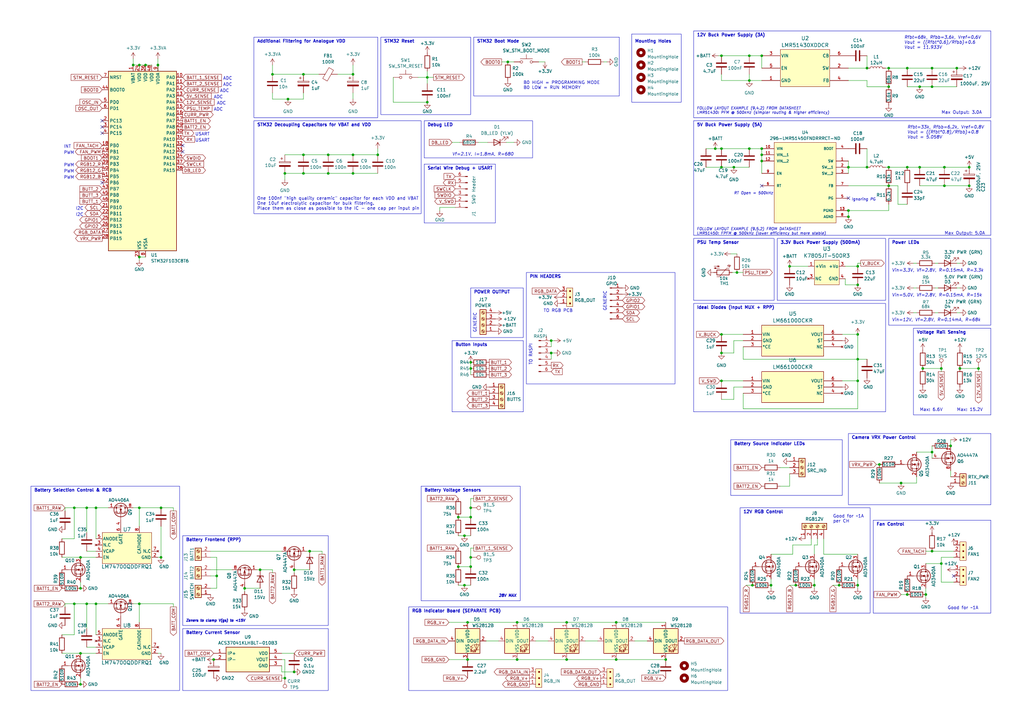
<source format=kicad_sch>
(kicad_sch (version 20230121) (generator eeschema)
  (paper "A3")
  (title_block (title "Ground Station Mainboard") (date "2025-03-07") (rev "V1.0") (company "QRET") (comment 3 "Authors: Kennan Bays, Rowan Burke, Sam Scheufler, Clement S Gonsalves, Andrew Davis"))
  (junction (at 293.37 60.96))
  (junction (at 116.84 278.13))
  (junction (at 134.62 63.5))
  (junction (at 300.99 68.58))
  (junction (at 57.15 105.41))
  (junction (at 351.79 156.21))
  (junction (at 347.98 68.58))
  (junction (at 386.08 151.13))
  (junction (at 154.94 63.5))
  (junction (at 386.08 231.14))
  (junction (at 312.42 22.86))
  (junction (at 33.02 241.3))
  (junction (at 116.84 71.12))
  (junction (at 323.85 109.22))
  (junction (at 355.6 27.94))
  (junction (at 307.34 60.96))
  (junction (at 252.73 255.27))
  (junction (at 387.35 76.2))
  (junction (at 232.41 255.27))
  (junction (at 372.11 68.58))
  (junction (at 401.32 151.13))
  (junction (at 344.17 240.03))
  (junction (at 54.61 26.67))
  (junction (at 364.49 35.56))
  (junction (at 232.41 270.51))
  (junction (at 295.91 156.21))
  (junction (at 212.09 255.27))
  (junction (at 295.91 68.58))
  (junction (at 372.11 27.94))
  (junction (at 226.06 144.78))
  (junction (at 191.77 255.27))
  (junction (at 307.34 22.86))
  (junction (at 59.69 26.67))
  (junction (at 295.91 60.96))
  (junction (at 347.98 88.9))
  (junction (at 316.23 240.03))
  (junction (at 187.96 212.09))
  (junction (at 111.76 30.48))
  (junction (at 100.33 241.3))
  (junction (at 193.04 228.6))
  (junction (at 307.34 33.02))
  (junction (at 389.89 182.88))
  (junction (at 120.65 233.68))
  (junction (at 372.11 243.84))
  (junction (at 382.27 35.56))
  (junction (at 33.02 228.6))
  (junction (at 364.49 68.58))
  (junction (at 190.5 219.71))
  (junction (at 273.05 270.51))
  (junction (at 392.43 27.94))
  (junction (at 144.78 71.12))
  (junction (at 193.04 148.59))
  (junction (at 393.7 151.13))
  (junction (at 39.37 247.65))
  (junction (at 124.46 71.12))
  (junction (at 134.62 71.12))
  (junction (at 351.79 116.84))
  (junction (at 88.9 236.22))
  (junction (at 312.42 63.5))
  (junction (at 355.6 68.58))
  (junction (at 212.09 270.51))
  (junction (at 334.01 240.03))
  (junction (at 377.19 35.56))
  (junction (at 226.06 139.7))
  (junction (at 364.49 27.94))
  (junction (at 124.46 30.48))
  (junction (at 191.77 270.51))
  (junction (at 144.78 63.5))
  (junction (at 387.35 68.58))
  (junction (at 33.02 267.97))
  (junction (at 193.04 151.13))
  (junction (at 120.65 275.59))
  (junction (at 118.11 40.64))
  (junction (at 351.79 147.32))
  (junction (at 364.49 76.2))
  (junction (at 87.63 270.51))
  (junction (at 351.79 109.22))
  (junction (at 35.56 247.65))
  (junction (at 30.48 247.65))
  (junction (at 378.46 151.13))
  (junction (at 190.5 240.03))
  (junction (at 252.73 270.51))
  (junction (at 193.04 208.28))
  (junction (at 106.68 233.68))
  (junction (at 302.26 111.76))
  (junction (at 295.91 144.78))
  (junction (at 377.19 68.58))
  (junction (at 175.26 41.91))
  (junction (at 35.56 208.28))
  (junction (at 351.79 137.16))
  (junction (at 369.57 198.12))
  (junction (at 379.73 243.84))
  (junction (at 295.91 22.86))
  (junction (at 66.04 228.6))
  (junction (at 144.78 30.48))
  (junction (at 382.27 27.94))
  (junction (at 397.51 68.58))
  (junction (at 382.27 226.06))
  (junction (at 326.39 240.03))
  (junction (at 187.96 232.41))
  (junction (at 175.26 31.75))
  (junction (at 351.79 240.03))
  (junction (at 295.91 137.16))
  (junction (at 127 226.06))
  (junction (at 124.46 63.5))
  (junction (at 66.04 208.28))
  (junction (at 57.15 247.65))
  (junction (at 312.42 60.96))
  (junction (at 208.28 25.4))
  (junction (at 308.61 240.03))
  (junction (at 193.04 212.09))
  (junction (at 39.37 208.28))
  (junction (at 64.77 26.67))
  (junction (at 382.27 185.42))
  (junction (at 33.02 280.67))
  (junction (at 57.15 208.28))
  (junction (at 57.15 26.67))
  (junction (at 193.04 232.41))
  (junction (at 360.68 190.5))
  (junction (at 347.98 86.36))
  (junction (at 30.48 208.28))
  (junction (at 312.42 66.04))
  (junction (at 397.51 76.2))
  (no_connect (at 41.91 49.53))
  (no_connect (at 74.93 59.69))
  (no_connect (at 41.91 54.61))
  (no_connect (at 74.93 62.23))
  (no_connect (at 347.98 81.28))
  (no_connect (at 41.91 52.07))
  (no_connect (at 391.16 236.22))
  (no_connect (at 41.91 74.93))
  (no_connect (at 312.42 76.2))
  (wire (pts (xy 364.49 27.94) (xy 372.11 27.94)))
  (wire (pts (xy 25.4 267.97) (xy 33.02 267.97)))
  (wire (pts (xy 345.44 137.16) (xy 351.79 137.16)))
  (wire (pts (xy 208.28 25.4) (xy 210.82 25.4)))
  (wire (pts (xy 364.49 76.2) (xy 368.3 76.2)))
  (wire (pts (xy 312.42 60.96) (xy 312.42 63.5)))
  (wire (pts (xy 138.43 30.48) (xy 144.78 30.48)))
  (wire (pts (xy 386.08 151.13) (xy 386.08 152.4)))
  (wire (pts (xy 307.34 33.02) (xy 312.42 33.02)))
  (wire (pts (xy 306.07 240.03) (xy 308.61 240.03)))
  (wire (pts (xy 86.36 233.68) (xy 95.25 233.68)))
  (wire (pts (xy 379.73 226.06) (xy 382.27 226.06)))
  (wire (pts (xy 355.6 68.58) (xy 355.6 60.96)))
  (wire (pts (xy 187.96 232.41) (xy 193.04 232.41)))
  (wire (pts (xy 100.33 241.3) (xy 106.68 241.3)))
  (wire (pts (xy 382.27 182.88) (xy 382.27 185.42)))
  (wire (pts (xy 111.76 38.1) (xy 111.76 40.64)))
  (wire (pts (xy 64.77 26.67) (xy 64.77 29.21)))
  (wire (pts (xy 374.65 128.27) (xy 375.92 128.27)))
  (wire (pts (xy 351.79 237.49) (xy 351.79 240.03)))
  (wire (pts (xy 161.29 41.91) (xy 175.26 41.91)))
  (wire (pts (xy 30.48 247.65) (xy 26.67 247.65)))
  (wire (pts (xy 392.43 128.27) (xy 393.7 128.27)))
  (wire (pts (xy 227.33 139.7) (xy 226.06 139.7)))
  (wire (pts (xy 293.37 60.96) (xy 295.91 60.96)))
  (wire (pts (xy 386.08 228.6) (xy 386.08 231.14)))
  (wire (pts (xy 304.8 142.24) (xy 304.8 147.32)))
  (wire (pts (xy 337.82 227.33) (xy 337.82 220.98)))
  (wire (pts (xy 364.49 68.58) (xy 372.11 68.58)))
  (wire (pts (xy 346.71 109.22) (xy 351.79 109.22)))
  (wire (pts (xy 212.09 255.27) (xy 232.41 255.27)))
  (wire (pts (xy 207.645 58.42) (xy 210.82 58.42)))
  (wire (pts (xy 180.34 85.09) (xy 180.34 86.36)))
  (wire (pts (xy 304.8 167.64) (xy 351.79 167.64)))
  (wire (pts (xy 124.46 30.48) (xy 130.81 30.48)))
  (wire (pts (xy 369.57 198.12) (xy 375.92 198.12)))
  (wire (pts (xy 57.15 26.67) (xy 54.61 26.67)))
  (wire (pts (xy 86.36 226.06) (xy 115.57 226.06)))
  (wire (pts (xy 187.96 219.71) (xy 190.5 219.71)))
  (wire (pts (xy 377.19 35.56) (xy 382.27 35.56)))
  (wire (pts (xy 300.99 68.58) (xy 307.34 68.58)))
  (wire (pts (xy 295.91 30.48) (xy 295.91 33.02)))
  (wire (pts (xy 347.98 76.2) (xy 364.49 76.2)))
  (wire (pts (xy 25.4 228.6) (xy 33.02 228.6)))
  (wire (pts (xy 120.65 234.95) (xy 120.65 233.68)))
  (wire (pts (xy 334.01 227.33) (xy 334.01 223.52)))
  (wire (pts (xy 351.79 167.64) (xy 351.79 156.21)))
  (wire (pts (xy 364.49 86.36) (xy 347.98 86.36)))
  (wire (pts (xy 347.98 68.58) (xy 347.98 71.12)))
  (wire (pts (xy 175.26 31.75) (xy 177.8 31.75)))
  (wire (pts (xy 378.46 151.13) (xy 386.08 151.13)))
  (wire (pts (xy 116.84 270.51) (xy 115.57 270.51)))
  (wire (pts (xy 323.85 109.22) (xy 331.47 109.22)))
  (wire (pts (xy 295.91 156.21) (xy 304.8 156.21)))
  (wire (pts (xy 289.56 68.58) (xy 295.91 68.58)))
  (wire (pts (xy 134.62 71.12) (xy 144.78 71.12)))
  (wire (pts (xy 383.54 107.95) (xy 384.81 107.95)))
  (wire (pts (xy 295.91 68.58) (xy 300.99 68.58)))
  (wire (pts (xy 86.36 228.6) (xy 88.9 228.6)))
  (wire (pts (xy 54.61 247.65) (xy 57.15 247.65)))
  (wire (pts (xy 33.02 228.6) (xy 39.37 228.6)))
  (wire (pts (xy 111.76 233.68) (xy 111.76 234.95)))
  (wire (pts (xy 355.6 27.94) (xy 355.6 22.86)))
  (wire (pts (xy 125.73 226.06) (xy 127 226.06)))
  (wire (pts (xy 401.32 151.13) (xy 401.32 152.4)))
  (wire (pts (xy 39.37 208.28) (xy 35.56 208.28)))
  (wire (pts (xy 368.3 76.2) (xy 368.3 83.82)))
  (wire (pts (xy 372.11 68.58) (xy 377.19 68.58)))
  (wire (pts (xy 64.77 24.13) (xy 64.77 26.67)))
  (wire (pts (xy 62.23 26.67) (xy 59.69 26.67)))
  (wire (pts (xy 33.02 238.76) (xy 33.02 241.3)))
  (wire (pts (xy 295.91 33.02) (xy 307.34 33.02)))
  (wire (pts (xy 57.15 208.28) (xy 57.15 215.9)))
  (wire (pts (xy 180.34 85.09) (xy 186.69 85.09)))
  (wire (pts (xy 295.91 137.16) (xy 304.8 137.16)))
  (wire (pts (xy 295.91 22.86) (xy 307.34 22.86)))
  (wire (pts (xy 226.06 144.78) (xy 226.06 147.32)))
  (wire (pts (xy 144.78 63.5) (xy 154.94 63.5)))
  (wire (pts (xy 300.355 111.76) (xy 302.26 111.76)))
  (wire (pts (xy 383.54 128.27) (xy 384.81 128.27)))
  (wire (pts (xy 351.79 227.33) (xy 337.82 227.33)))
  (wire (pts (xy 320.04 199.39) (xy 323.85 199.39)))
  (wire (pts (xy 193.04 208.28) (xy 193.04 212.09)))
  (wire (pts (xy 369.57 243.84) (xy 372.11 243.84)))
  (wire (pts (xy 127 226.06) (xy 132.08 226.06)))
  (wire (pts (xy 25.4 260.35) (xy 30.48 260.35)))
  (wire (pts (xy 226.06 139.7) (xy 226.06 142.24)))
  (wire (pts (xy 351.79 147.32) (xy 351.79 156.21)))
  (wire (pts (xy 351.79 147.32) (xy 355.6 147.32)))
  (wire (pts (xy 116.84 71.12) (xy 116.84 73.66)))
  (wire (pts (xy 360.68 198.12) (xy 369.57 198.12)))
  (wire (pts (xy 187.96 212.09) (xy 193.04 212.09)))
  (wire (pts (xy 30.48 220.98) (xy 30.48 208.28)))
  (wire (pts (xy 175.26 29.21) (xy 175.26 31.75)))
  (wire (pts (xy 320.04 191.77) (xy 323.85 191.77)))
  (wire (pts (xy 382.27 35.56) (xy 392.43 35.56)))
  (wire (pts (xy 39.37 247.65) (xy 44.45 247.65)))
  (wire (pts (xy 392.43 27.94) (xy 393.7 27.94)))
  (wire (pts (xy 355.6 33.02) (xy 355.6 35.56)))
  (wire (pts (xy 193.04 224.79) (xy 193.04 228.6)))
  (wire (pts (xy 334.01 240.03) (xy 334.01 241.3)))
  (wire (pts (xy 25.4 220.98) (xy 30.48 220.98)))
  (wire (pts (xy 323.85 199.39) (xy 323.85 194.31)))
  (wire (pts (xy 232.41 255.27) (xy 252.73 255.27)))
  (wire (pts (xy 307.34 30.48) (xy 307.34 33.02)))
  (wire (pts (xy 368.3 83.82) (xy 372.11 83.82)))
  (wire (pts (xy 111.76 30.48) (xy 124.46 30.48)))
  (wire (pts (xy 35.56 226.06) (xy 39.37 226.06)))
  (wire (pts (xy 30.48 260.35) (xy 30.48 247.65)))
  (wire (pts (xy 219.71 262.89) (xy 224.79 262.89)))
  (wire (pts (xy 307.34 22.86) (xy 312.42 22.86)))
  (wire (pts (xy 260.35 262.89) (xy 265.43 262.89)))
  (wire (pts (xy 35.56 247.65) (xy 35.56 257.81)))
  (wire (pts (xy 193.04 204.47) (xy 194.31 204.47)))
  (wire (pts (xy 372.11 27.94) (xy 382.27 27.94)))
  (wire (pts (xy 57.15 105.41) (xy 59.69 105.41)))
  (wire (pts (xy 295.91 60.96) (xy 307.34 60.96)))
  (wire (pts (xy 191.77 270.51) (xy 212.09 270.51)))
  (wire (pts (xy 323.85 240.03) (xy 326.39 240.03)))
  (wire (pts (xy 252.73 270.51) (xy 273.05 270.51)))
  (wire (pts (xy 144.78 71.12) (xy 154.94 71.12)))
  (wire (pts (xy 66.04 208.28) (xy 71.12 208.28)))
  (wire (pts (xy 144.78 26.67) (xy 144.78 30.48)))
  (wire (pts (xy 363.22 68.58) (xy 364.49 68.58)))
  (wire (pts (xy 334.01 237.49) (xy 334.01 240.03)))
  (wire (pts (xy 86.36 236.22) (xy 88.9 236.22)))
  (wire (pts (xy 364.49 83.82) (xy 364.49 86.36)))
  (wire (pts (xy 325.12 227.33) (xy 325.12 223.52)))
  (wire (pts (xy 132.08 227.33) (xy 132.08 226.06)))
  (wire (pts (xy 375.92 185.42) (xy 382.27 185.42)))
  (wire (pts (xy 375.92 198.12) (xy 375.92 195.58)))
  (wire (pts (xy 88.9 236.22) (xy 88.9 241.3)))
  (wire (pts (xy 386.08 238.76) (xy 391.16 238.76)))
  (wire (pts (xy 39.37 260.35) (xy 39.37 247.65)))
  (wire (pts (xy 39.37 220.98) (xy 39.37 208.28)))
  (wire (pts (xy 346.71 114.3) (xy 346.71 116.84)))
  (wire (pts (xy 115.57 267.97) (xy 120.65 267.97)))
  (wire (pts (xy 300.99 144.78) (xy 295.91 144.78)))
  (wire (pts (xy 184.15 270.51) (xy 191.77 270.51)))
  (wire (pts (xy 35.56 208.28) (xy 35.56 218.44)))
  (wire (pts (xy 171.45 31.75) (xy 175.26 31.75)))
  (wire (pts (xy 66.04 215.9) (xy 66.04 228.6)))
  (wire (pts (xy 220.98 25.4) (xy 223.52 25.4)))
  (wire (pts (xy 295.275 137.16) (xy 295.91 137.16)))
  (wire (pts (xy 351.79 240.03) (xy 351.79 241.3)))
  (wire (pts (xy 88.9 241.3) (xy 86.36 241.3)))
  (wire (pts (xy 387.35 76.2) (xy 397.51 76.2)))
  (wire (pts (xy 118.11 40.64) (xy 124.46 40.64)))
  (wire (pts (xy 105.41 233.68) (xy 106.68 233.68)))
  (wire (pts (xy 382.27 27.94) (xy 392.43 27.94)))
  (wire (pts (xy 120.65 275.59) (xy 115.57 275.59)))
  (wire (pts (xy 106.68 233.68) (xy 111.76 233.68)))
  (wire (pts (xy 190.5 240.03) (xy 193.04 240.03)))
  (wire (pts (xy 377.19 68.58) (xy 387.35 68.58)))
  (wire (pts (xy 116.84 278.13) (xy 116.84 270.51)))
  (wire (pts (xy 124.46 63.5) (xy 134.62 63.5)))
  (wire (pts (xy 66.04 228.6) (xy 64.77 228.6)))
  (wire (pts (xy 247.65 25.4) (xy 248.92 25.4)))
  (wire (pts (xy 341.63 240.03) (xy 344.17 240.03)))
  (wire (pts (xy 57.15 247.65) (xy 71.12 247.65)))
  (wire (pts (xy 232.41 270.51) (xy 252.73 270.51)))
  (wire (pts (xy 379.73 231.14) (xy 386.08 231.14)))
  (wire (pts (xy 393.7 151.13) (xy 401.32 151.13)))
  (wire (pts (xy 26.67 247.65) (xy 26.67 248.92)))
  (wire (pts (xy 35.56 265.43) (xy 39.37 265.43)))
  (wire (pts (xy 124.46 71.12) (xy 134.62 71.12)))
  (wire (pts (xy 115.57 278.13) (xy 116.84 278.13)))
  (wire (pts (xy 347.98 86.36) (xy 347.98 88.9)))
  (wire (pts (xy 30.48 247.65) (xy 35.56 247.65)))
  (wire (pts (xy 300.99 139.7) (xy 300.99 144.78)))
  (wire (pts (xy 238.76 25.4) (xy 240.03 25.4)))
  (wire (pts (xy 116.84 63.5) (xy 124.46 63.5)))
  (wire (pts (xy 59.69 26.67) (xy 57.15 26.67)))
  (wire (pts (xy 316.23 237.49) (xy 316.23 240.03)))
  (wire (pts (xy 372.11 35.56) (xy 377.19 35.56)))
  (wire (pts (xy 312.42 22.86) (xy 312.42 27.94)))
  (wire (pts (xy 185.42 58.42) (xy 188.595 58.42)))
  (wire (pts (xy 111.76 26.67) (xy 111.76 30.48)))
  (wire (pts (xy 300.99 163.83) (xy 295.91 163.83)))
  (wire (pts (xy 161.29 31.75) (xy 161.29 41.91)))
  (wire (pts (xy 240.03 262.89) (xy 245.11 262.89)))
  (wire (pts (xy 191.77 255.27) (xy 212.09 255.27)))
  (wire (pts (xy 353.06 107.95) (xy 351.79 107.95)))
  (wire (pts (xy 193.04 148.59) (xy 193.04 151.13)))
  (wire (pts (xy 302.26 111.76) (xy 304.8 111.76)))
  (wire (pts (xy 359.41 190.5) (xy 360.68 190.5)))
  (wire (pts (xy 316.23 240.03) (xy 316.23 241.3)))
  (wire (pts (xy 304.8 158.75) (xy 300.99 158.75)))
  (wire (pts (xy 193.04 204.47) (xy 193.04 208.28)))
  (wire (pts (xy 335.28 223.52) (xy 335.28 220.98)))
  (wire (pts (xy 116.84 71.12) (xy 124.46 71.12)))
  (wire (pts (xy 347.98 33.02) (xy 355.6 33.02)))
  (wire (pts (xy 111.76 40.64) (xy 118.11 40.64)))
  (wire (pts (xy 347.98 66.04) (xy 347.98 68.58)))
  (wire (pts (xy 374.65 118.11) (xy 375.92 118.11)))
  (wire (pts (xy 134.62 63.5) (xy 144.78 63.5)))
  (wire (pts (xy 289.56 60.96) (xy 293.37 60.96)))
  (wire (pts (xy 325.12 223.52) (xy 332.74 223.52)))
  (wire (pts (xy 33.02 278.13) (xy 33.02 280.67)))
  (wire (pts (xy 57.15 106.68) (xy 57.15 105.41)))
  (wire (pts (xy 379.73 241.3) (xy 379.73 243.84)))
  (wire (pts (xy 144.78 38.1) (xy 144.78 40.64)))
  (wire (pts (xy 379.73 243.84) (xy 379.73 245.11)))
  (wire (pts (xy 54.61 24.13) (xy 54.61 26.67)))
  (wire (pts (xy 392.43 118.11) (xy 393.7 118.11)))
  (wire (pts (xy 193.04 151.13) (xy 193.04 153.67)))
  (wire (pts (xy 312.42 63.5) (xy 312.42 66.04)))
  (wire (pts (xy 175.26 31.75) (xy 175.26 34.29)))
  (wire (pts (xy 383.54 118.11) (xy 384.81 118.11)))
  (wire (pts (xy 389.89 180.34) (xy 389.89 182.88)))
  (wire (pts (xy 374.65 107.95) (xy 375.92 107.95)))
  (wire (pts (xy 71.12 208.28) (xy 71.12 209.55)))
  (wire (pts (xy 316.23 227.33) (xy 325.12 227.33)))
  (wire (pts (xy 387.35 68.58) (xy 397.51 68.58)))
  (wire (pts (xy 392.43 107.95) (xy 393.7 107.95)))
  (wire (pts (xy 227.33 144.78) (xy 226.06 144.78)))
  (wire (pts (xy 307.34 60.96) (xy 312.42 60.96)))
  (wire (pts (xy 39.37 208.28) (xy 44.45 208.28)))
  (wire (pts (xy 391.16 228.6) (xy 386.08 228.6)))
  (wire (pts (xy 299.72 104.14) (xy 302.26 104.14)))
  (wire (pts (xy 347.98 68.58) (xy 355.6 68.58)))
  (wire (pts (xy 71.12 247.65) (xy 71.12 248.92)))
  (wire (pts (xy 386.08 231.14) (xy 386.08 238.76)))
  (wire (pts (xy 294.64 22.86) (xy 295.91 22.86)))
  (wire (pts (xy 252.73 255.27) (xy 273.05 255.27)))
  (wire (pts (xy 205.74 25.4) (xy 208.28 25.4)))
  (wire (pts (xy 389.89 193.04) (xy 389.89 195.58)))
  (wire (pts (xy 187.96 240.03) (xy 190.5 240.03)))
  (wire (pts (xy 304.8 147.32) (xy 351.79 147.32)))
  (wire (pts (xy 199.39 262.89) (xy 204.47 262.89)))
  (wire (pts (xy 377.19 76.2) (xy 387.35 76.2)))
  (wire (pts (xy 184.15 255.27) (xy 191.77 255.27)))
  (wire (pts (xy 295.275 156.21) (xy 295.91 156.21)))
  (wire (pts (xy 332.74 223.52) (xy 332.74 220.98)))
  (wire (pts (xy 347.98 27.94) (xy 355.6 27.94)))
  (wire (pts (xy 88.9 228.6) (xy 88.9 236.22)))
  (wire (pts (xy 33.02 267.97) (xy 39.37 267.97)))
  (wire (pts (xy 30.48 208.28) (xy 35.56 208.28)))
  (wire (pts (xy 124.46 40.64) (xy 124.46 38.1)))
  (wire (pts (xy 193.04 228.6) (xy 193.04 232.41)))
  (wire (pts (xy 351.79 107.95) (xy 351.79 109.22)))
  (wire (pts (xy 30.48 208.28) (xy 26.67 208.28)))
  (wire (pts (xy 66.04 267.97) (xy 64.77 267.97)))
  (wire (pts (xy 312.42 66.04) (xy 312.42 71.12)))
  (wire (pts (xy 334.01 223.52) (xy 335.28 223.52)))
  (wire (pts (xy 382.27 185.42) (xy 382.27 187.96)))
  (wire (pts (xy 345.44 156.21) (xy 351.79 156.21)))
  (wire (pts (xy 39.37 247.65) (xy 35.56 247.65)))
  (wire (pts (xy 57.15 208.28) (xy 66.04 208.28)))
  (wire (pts (xy 193.04 224.79) (xy 194.31 224.79)))
  (wire (pts (xy 346.71 116.84) (xy 351.79 116.84)))
  (wire (pts (xy 363.22 27.94) (xy 364.49 27.94)))
  (wire (pts (xy 304.8 139.7) (xy 300.99 139.7)))
  (wire (pts (xy 212.09 270.51) (xy 232.41 270.51)))
  (wire (pts (xy 120.65 233.68) (xy 127 233.68)))
  (wire (pts (xy 300.99 158.75) (xy 300.99 163.83)))
  (wire (pts (xy 304.8 161.29) (xy 304.8 167.64)))
  (wire (pts (xy 54.61 208.28) (xy 57.15 208.28)))
  (wire (pts (xy 100.33 242.57) (xy 100.33 241.3)))
  (wire (pts (xy 382.27 226.06) (xy 391.16 226.06)))
  (wire (pts (xy 190.5 219.71) (xy 193.04 219.71)))
  (wire (pts (xy 196.215 58.42) (xy 200.025 58.42)))
  (wire (pts (xy 57.15 247.65) (xy 57.15 255.27)))
  (wire (pts (xy 154.94 60.96) (xy 154.94 63.5)))
  (wire (pts (xy 355.6 35.56) (xy 364.49 35.56)))
  (wire (pts (xy 115.57 275.59) (xy 115.57 273.05)))
  (wire (pts (xy 351.79 137.16) (xy 351.79 147.32)))
  (wire (pts (xy 26.67 208.28) (xy 26.67 209.55)))
  (rectangle (start 12.7 199.39) (end 73.66 283.21))
  (rectangle (start 104.14 15.24) (end 154.94 48.26))
  (rectangle (start 284.48 12.7) (end 406.4 48.26))
  (rectangle (start 299.72 180.34) (end 345.44 203.2))
  (rectangle (start 284.48 97.79) (end 317.5 123.19))
  (rectangle (start 358.14 213.36) (end 406.4 251.46))
  (rectangle (start 364.49 97.79) (end 406.4 133.35))
  (rectangle (start 185.42 139.7) (end 214.63 168.91))
  (rectangle (start 303.53 208.28) (end 356.87 251.46))
  (rectangle (start 193.04 118.11) (end 214.63 138.43))
  (rectangle (start 284.48 124.46) (end 363.22 168.91))
  (rectangle (start 259.08 13.97) (end 279.4 41.91))
  (rectangle (start 318.77 97.79) (end 363.22 123.19))
  (rectangle (start 167.64 248.92) (end 298.45 283.21))
  (rectangle (start 215.9 111.76) (end 276.86 157.48))
  (rectangle (start 172.72 199.39) (end 213.36 246.38))
  (rectangle (start 173.99 49.53) (end 218.44 64.77))
  (rectangle (start 156.21 15.24) (end 193.04 46.99))
  (rectangle (start 347.98 177.8) (end 406.4 207.01))
  (rectangle (start 194.31 15.24) (end 254 39.37))
  (rectangle (start 104.14 49.53) (end 172.72 87.63))
  (rectangle (start 374.65 134.62) (end 406.4 170.18))
  (rectangle (start 284.48 49.53) (end 406.4 96.52))
  (rectangle (start 173.99 67.31) (end 203.2 91.44))
  (rectangle (start 74.93 257.81) (end 134.62 283.21))
  (rectangle (start 74.93 219.71) (end 134.62 256.54))
  (text "PWM" (at 30.48 71.12 0) (effects (font (size 1.27 1.27)) (justify right bottom)))
  (text "12V Buck Power Supply (3A)" (at 285.75 15.24 0) (effects (font (size 1.27 1.27) (thickness 0.254) bold) (justify left bottom)))
  (text "Rfbt=33k, Rfbb=6.2k, Vref=0.8V\nVout = ((Rfbt*0.8)/Rfbb)+0.8\nVout = 5.058V" (at 372.11 57.15 0) (effects (font (size 1.27 1.27) italic) (justify left bottom)))
  (text "Debug LED" (at 175.26 52.07 0) (effects (font (size 1.27 1.27) (thickness 0.254) bold) (justify left bottom)))
  (text "12V RGB Control" (at 304.8 210.82 0) (effects (font (size 1.27 1.27) (thickness 0.254) bold) (justify left bottom)))
  (text "TO RASPI" (at 218.44 149.86 90) (effects (font (size 1.27 1.27)) (justify left bottom)))
  (text "3.3V Buck Power Supply (500mA)" (at 320.04 100.33 0) (effects (font (size 1.27 1.27) (thickness 0.254) bold) (justify left bottom)))
  (text "Max Output: 5.0A" (at 387.35 96.52 0) (effects (font (size 1.27 1.27)) (justify left bottom)))
  (text "Vin=5.0V, Vf=2.8V, R=0.15mA, R=15k" (at 365.76 121.92 0) (effects (font (size 1.27 1.27) italic) (justify left bottom)))
  (text "USART" (at 80.01 58.42 0) (effects (font (size 1.27 1.27)) (justify left bottom)))
  (text "Battery Frontend (RPP)" (at 76.2 222.25 0) (effects (font (size 1.27 1.27) (thickness 0.254) bold) (justify left bottom)))
  (text "Vin=12V, Vf=2.8V, R=0.14mA, R=68k" (at 365.76 132.08 0) (effects (font (size 1.27 1.27) italic) (justify left bottom)))
  (text "Battery Source Indicator LEDs" (at 300.99 182.88 0) (effects (font (size 1.27 1.27) (thickness 0.254) bold) (justify left bottom)))
  (text "FOLLOW LAYOUT EXAMPLE (9.4.2) FROM DATASHEET\nLMR51430: PFM @ 500kHz (simpler routing & higher efficiency)" (at 285.75 46.99 0) (effects (font (size 1.1 1.1) italic) (justify left bottom)))
  (text "STM32 Reset" (at 157.48 17.78 0) (effects (font (size 1.27 1.27) (thickness 0.254) bold) (justify left bottom)))
  (text "Good for ~1A\nper CH" (at 341.63 214.63 0) (effects (font (size 1.27 1.27)) (justify left bottom)))
  (text "Max Output: 3.0A" (at 386.08 46.99 0) (effects (font (size 1.27 1.27)) (justify left bottom)))
  (text "INT" (at 29.21 60.96 0) (effects (font (size 1.27 1.27)) (justify right bottom)))
  (text "Rfbt=68k, Rfbb=3.6k, Vref=0.6V\nVout = ((Rfbt*0.6)/Rfbb)+0.6\nVout = 11.933V" (at 370.84 20.32 0) (effects (font (size 1.27 1.27) italic) (justify left bottom)))
  (text "ADC" (at 87.63 40.64 0) (effects (font (size 1.27 1.27)) (justify left bottom)))
  (text "Vin=3.3V, Vf=2.8V, R=0.15mA, R=3.3k" (at 365.76 111.76 0) (effects (font (size 1.27 1.27) italic) (justify left bottom)))
  (text "Mounting Holes" (at 260.35 17.78 0) (effects (font (size 1.27 1.27) (thickness 0.254) bold) (justify left bottom)))
  (text "STM32 Boot Mode" (at 195.58 17.78 0) (effects (font (size 1.27 1.27) (thickness 0.254) bold) (justify left bottom)))
  (text "RGB Indicator Board (SEPARATE PCB)" (at 168.91 251.46 0) (effects (font (size 1.27 1.27) (thickness 0.254) bold) (justify left bottom)))
  (text "I2C" (at 34.29 86.36 0) (effects (font (size 1.27 1.27)) (justify right bottom)))
  (text "B0 HIGH = PROGRAMMING MODE\nB0 LOW = RUN MEMORY" (at 214.63 36.83 0) (effects (font (size 1.27 1.27)) (justify left bottom)))
  (text "Battery Selection Control & RCB" (at 13.97 201.93 0) (effects (font (size 1.27 1.27) (thickness 0.254) bold) (justify left bottom)))
  (text "TO RGB PCB" (at 234.95 128.27 0) (effects (font (size 1.27 1.27)) (justify right bottom)))
  (text "PWM" (at 30.48 63.5 0) (effects (font (size 1.27 1.27)) (justify right bottom)))
  (text "Voltage Rail Sensing" (at 375.92 137.16 0) (effects (font (size 1.27 1.27) (thickness 0.254) bold) (justify left bottom)))
  (text "POWER OUTPUT" (at 194.31 120.65 0) (effects (font (size 1.27 1.27) (thickness 0.254) bold) (justify left bottom)))
  (text "GENERIC" (at 248.92 119.38 90) (effects (font (size 1.27 1.27)) (justify right bottom)))
  (text "Camera VRX Power Control" (at 349.25 180.34 0) (effects (font (size 1.27 1.27) (thickness 0.254) bold) (justify left bottom)))
  (text "Max: 15.2V" (at 392.43 168.91 0) (effects (font (size 1.27 1.27)) (justify left bottom)))
  (text "USART" (at 80.01 55.88 0) (effects (font (size 1.27 1.27)) (justify left bottom)))
  (text "Button Inputs" (at 186.69 142.24 0) (effects (font (size 1.27 1.27) (thickness 0.254) bold) (justify left bottom)))
  (text "ADC" (at 90.17 38.1 0) (effects (font (size 1.27 1.27)) (justify left bottom)))
  (text "PWM" (at 30.48 73.66 0) (effects (font (size 1.27 1.27)) (justify right bottom)))
  (text "Vf=2.1V, I=1.8mA, R=680" (at 185.42 64.135 0) (effects (font (size 1.27 1.27) italic) (justify left bottom)))
  (text "RT Open = 500kHz" (at 300.99 80.01 0) (effects (font (size 1.1 1.1) italic) (justify left bottom)))
  (text "ADC" (at 88.9 43.18 0) (effects (font (size 1.27 1.27)) (justify left bottom)))
  (text "Additional Filtering for Analogue VDD" (at 105.41 17.78 0) (effects (font (size 1.27 1.27) (thickness 0.254) bold) (justify left bottom)))
  (text "FOLLOW LAYOUT EXAMPLE (9.5.2) FROM DATASHEET\nLMR51450: FPFM @ 500kHz (lower efficiency but more stable)" (at 285.75 96.52 0) (effects (font (size 1.1 1.1) italic) (justify left bottom)))
  (text "Fan Control" (at 359.41 215.9 0) (effects (font (size 1.27 1.27) (thickness 0.254) bold) (justify left bottom)))
  (text "28V MAX" (at 204.47 245.11 0) (effects (font (size 1.1 1.1) (thickness 0.254) bold italic) (justify left bottom)))
  (text "PIN HEADERS" (at 217.17 114.3 0) (effects (font (size 1.27 1.27) (thickness 0.254) bold) (justify left bottom)))
  (text "STM32 Decoupling Capacitors for VBAT and VDD" (at 105.41 52.07 0) (effects (font (size 1.27 1.27) (thickness 0.254) bold) (justify left bottom)))
  (text "Serial Wire Debug + USART" (at 175.26 69.85 0) (effects (font (size 1.27 1.27) (thickness 0.254) bold) (justify left bottom)))
  (text "Good for ~1A" (at 388.62 250.19 0) (effects (font (size 1.27 1.27)) (justify left bottom)))
  (text "Battery Voltage Sensors" (at 173.99 201.93 0) (effects (font (size 1.27 1.27) (thickness 0.254) bold) (justify left bottom)))
  (text "GENERIC" (at 195.58 128.27 90) (effects (font (size 1.27 1.27)) (justify right bottom)))
  (text "Ignoring PG" (at 349.25 82.55 0) (effects (font (size 1.1 1.1) italic) (justify left bottom)))
  (text "Battery Current Sensor" (at 76.2 260.35 0) (effects (font (size 1.27 1.27) (thickness 0.254) bold) (justify left bottom)))
  (text "Power LEDs" (at 365.76 100.33 0) (effects (font (size 1.27 1.27) (thickness 0.254) bold) (justify left bottom)))
  (text "ADC" (at 91.44 33.02 0) (effects (font (size 1.27 1.27)) (justify left bottom)))
  (text "Zeners to clamp V(gs) to <15V" (at 76.2 255.27 0) (effects (font (size 1 1) (thickness 0.254) bold italic) (justify left bottom)))
  (text "ADC" (at 87.63 45.72 0) (effects (font (size 1.27 1.27)) (justify left bottom)))
  (text "5V Buck Power Supply (5A)" (at 285.75 52.07 0) (effects (font (size 1.27 1.27) (thickness 0.254) bold) (justify left bottom)))
  (text "PWM" (at 30.48 68.58 0) (effects (font (size 1.27 1.27)) (justify right bottom)))
  (text "Max: 6.6V" (at 377.19 168.91 0) (effects (font (size 1.27 1.27)) (justify left bottom)))
  (text "I2C" (at 34.29 88.9 0) (effects (font (size 1.27 1.27)) (justify right bottom)))
  (text "ADC" (at 91.44 35.56 0) (effects (font (size 1.27 1.27)) (justify left bottom)))
  (text "Ideal Diodes (Input MUX + RPP)" (at 285.75 127 0) (effects (font (size 1.27 1.27) (thickness 0.254) bold) (justify left bottom)))
  (text "One 100nf \"high quality ceramic\" capacitor for each VDD and VBAT\nOne 10uf electrolytic capacitor for bulk filtering.\nPlace them as close as possible to the IC - one cap per input pin" (at 105.41 86.36 0) (effects (font (size 1.27 1.27)) (justify left bottom)))
  (text "PSU Temp Sensor" (at 285.75 100.33 0) (effects (font (size 1.27 1.27) (thickness 0.254) bold) (justify left bottom)))
  (global_label "BATT1_RAW" (shape output) (at 132.08 227.33 270) (property "Intersheetrefs" "${INTERSHEET_REFS}" (effects hide)))
  (global_label "RGB_GND" (shape input) (at 184.15 270.51 180) (property "Intersheetrefs" "${INTERSHEET_REFS}" (effects hide)))
  (global_label "SWDIO" (shape input) (at 186.69 80.01 180) (property "Intersheetrefs" "${INTERSHEET_REFS}" (effects hide)))
  (global_label "STM_RESET" (shape input) (at 41.91 31.75 180) (property "Intersheetrefs" "${INTERSHEET_REFS}" (effects hide)))
  (global_label "BATT2_RAW" (shape output) (at 111.76 234.95 270) (property "Intersheetrefs" "${INTERSHEET_REFS}" (effects hide)))
  (global_label "RGB12_G" (shape output) (at 41.91 69.85 180) (property "Intersheetrefs" "${INTERSHEET_REFS}" (effects hide)))
  (global_label "PSU_TEMP" (shape input) (at 74.93 44.45 0) (property "Intersheetrefs" "${INTERSHEET_REFS}" (effects hide)))
  (global_label "BUTT_2" (shape output) (at 200.66 163.83 180) (property "Intersheetrefs" "${INTERSHEET_REFS}" (effects hide)))
  (global_label "BATT1_EN" (shape output) (at 74.93 49.53 0) (property "Intersheetrefs" "${INTERSHEET_REFS}" (effects hide)))
  (global_label "BOOT1" (shape input) (at 41.91 64.77 180) (property "Intersheetrefs" "${INTERSHEET_REFS}" (effects hide)))
  (global_label "FAN_PWM" (shape input) (at 369.57 243.84 180) (property "Intersheetrefs" "${INTERSHEET_REFS}" (effects hide)))
  (global_label "BATT1_EN" (shape input) (at 25.4 241.3 180) (property "Intersheetrefs" "${INTERSHEET_REFS}" (effects hide)))
  (global_label "OSC_IN" (shape input) (at 41.91 41.91 180) (property "Intersheetrefs" "${INTERSHEET_REFS}" (effects hide)))
  (global_label "BOOT1" (shape output) (at 238.76 25.4 180) (property "Intersheetrefs" "${INTERSHEET_REFS}" (effects hide)))
  (global_label "BATT1_RAW" (shape input) (at 187.96 224.79 180) (property "Intersheetrefs" "${INTERSHEET_REFS}" (effects hide)))
  (global_label "BATT_COM" (shape output) (at 71.12 209.55 270) (property "Intersheetrefs" "${INTERSHEET_REFS}" (effects hide)))
  (global_label "BATT2_EN" (shape input) (at 25.4 280.67 180) (property "Intersheetrefs" "${INTERSHEET_REFS}" (effects hide)))
  (global_label "RGB12_B" (shape input) (at 323.85 240.03 270) (property "Intersheetrefs" "${INTERSHEET_REFS}" (effects hide)))
  (global_label "RGB_DATA" (shape input) (at 229.87 119.38 180) (property "Intersheetrefs" "${INTERSHEET_REFS}" (effects hide)))
  (global_label "SCL" (shape bidirectional) (at 255.27 130.81 0) (property "Intersheetrefs" "${INTERSHEET_REFS}" (effects hide)))
  (global_label "VRX_PWR" (shape input) (at 359.41 190.5 180) (property "Intersheetrefs" "${INTERSHEET_REFS}" (effects hide)))
  (global_label "BATT_1_SENSE" (shape output) (at 194.31 224.79 0) (property "Intersheetrefs" "${INTERSHEET_REFS}" (effects hide)))
  (global_label "5V_SENSE" (shape input) (at 74.93 39.37 0) (property "Intersheetrefs" "${INTERSHEET_REFS}" (effects hide)))
  (global_label "5V_SENSE" (shape output) (at 386.08 152.4 270) (property "Intersheetrefs" "${INTERSHEET_REFS}" (effects hide)))
  (global_label "SWCLK" (shape input) (at 74.93 67.31 0) (property "Intersheetrefs" "${INTERSHEET_REFS}" (effects hide)))
  (global_label "STM_RESET" (shape output) (at 177.8 31.75 0) (property "Intersheetrefs" "${INTERSHEET_REFS}" (effects hide)))
  (global_label "GPIO1" (shape bidirectional) (at 41.91 90.17 180) (property "Intersheetrefs" "${INTERSHEET_REFS}" (effects hide)))
  (global_label "FAN_PWM" (shape output) (at 41.91 62.23 180) (property "Intersheetrefs" "${INTERSHEET_REFS}" (effects hide)))
  (global_label "CURR_SENSE" (shape input) (at 74.93 36.83 0) (property "Intersheetrefs" "${INTERSHEET_REFS}" (effects hide)))
  (global_label "SCL" (shape bidirectional) (at 41.91 85.09 180) (property "Intersheetrefs" "${INTERSHEET_REFS}" (effects hide)))
  (global_label "BATT_COM" (shape input) (at 87.63 267.97 180) (property "Intersheetrefs" "${INTERSHEET_REFS}" (effects hide)))
  (global_label "PSU_TEMP" (shape output) (at 304.8 111.76 0) (property "Intersheetrefs" "${INTERSHEET_REFS}" (effects hide)))
  (global_label "V_SWD" (shape input) (at 295.275 156.21 180) (property "Intersheetrefs" "${INTERSHEET_REFS}" (effects hide)))
  (global_label "SDA" (shape bidirectional) (at 255.27 128.27 0) (property "Intersheetrefs" "${INTERSHEET_REFS}" (effects hide)))
  (global_label "BOOT0" (shape output) (at 205.74 25.4 180) (property "Intersheetrefs" "${INTERSHEET_REFS}" (effects hide)))
  (global_label "BATT2_EN" (shape output) (at 74.93 52.07 0) (property "Intersheetrefs" "${INTERSHEET_REFS}" (effects hide)))
  (global_label "RGB_DATA" (shape output) (at 41.91 95.25 180) (property "Intersheetrefs" "${INTERSHEET_REFS}" (effects hide)))
  (global_label "RX" (shape output) (at 226.06 149.86 0) (property "Intersheetrefs" "${INTERSHEET_REFS}" (effects hide)))
  (global_label "RX" (shape output) (at 186.69 74.93 180) (property "Intersheetrefs" "${INTERSHEET_REFS}" (effects hide)))
  (global_label "RGB_GND" (shape output) (at 246.38 280.67 180) (property "Intersheetrefs" "${INTERSHEET_REFS}" (effects hide)))
  (global_label "BATT2_RAW" (shape input) (at 187.96 204.47 180) (property "Intersheetrefs" "${INTERSHEET_REFS}" (effects hide)))
  (global_label "12V_SENSE" (shape output) (at 401.32 152.4 270) (property "Intersheetrefs" "${INTERSHEET_REFS}" (effects hide)))
  (global_label "TX" (shape input) (at 186.69 72.39 180) (property "Intersheetrefs" "${INTERSHEET_REFS}" (effects hide)))
  (global_label "TX" (shape output) (at 74.93 54.61 0) (property "Intersheetrefs" "${INTERSHEET_REFS}" (effects hide)))
  (global_label "12V_SENSE" (shape input) (at 74.93 41.91 0) (property "Intersheetrefs" "${INTERSHEET_REFS}" (effects hide)))
  (global_label "RX" (shape input) (at 74.93 57.15 0) (property "Intersheetrefs" "${INTERSHEET_REFS}" (effects hide)))
  (global_label "BUTT_2" (shape input) (at 41.91 77.47 180) (property "Intersheetrefs" "${INTERSHEET_REFS}" (effects hide)))
  (global_label "BUTT_3" (shape input) (at 41.91 80.01 180) (property "Intersheetrefs" "${INTERSHEET_REFS}" (effects hide)))
  (global_label "V_SWD" (shape output) (at 186.69 82.55 180) (property "Intersheetrefs" "${INTERSHEET_REFS}" (effects hide)))
  (global_label "RGB_DATA_OUT" (shape output) (at 280.67 262.89 0) (property "Intersheetrefs" "${INTERSHEET_REFS}" (effects hide)))
  (global_label "RGB12_G" (shape input) (at 341.63 240.03 270) (property "Intersheetrefs" "${INTERSHEET_REFS}" (effects hide)))
  (global_label "RGB_V+" (shape output) (at 217.17 278.13 180) (property "Intersheetrefs" "${INTERSHEET_REFS}" (effects hide)))
  (global_label "BATT_2_SENSE" (shape input) (at 74.93 34.29 0) (property "Intersheetrefs" "${INTERSHEET_REFS}" (effects hide)))
  (global_label "SDA" (shape bidirectional) (at 41.91 87.63 180) (property "Intersheetrefs" "${INTERSHEET_REFS}" (effects hide)))
  (global_label "RGB_GND" (shape output) (at 217.17 280.67 180) (property "Intersheetrefs" "${INTERSHEET_REFS}" (effects hide)))
  (global_label "SWCLK" (shape input) (at 186.69 77.47 180) (property "Intersheetrefs" "${INTERSHEET_REFS}" (effects hide)))
  (global_label "V_BUCK" (shape input) (at 295.275 137.16 180) (property "Intersheetrefs" "${INTERSHEET_REFS}" (effects hide)))
  (global_label "BATT1_EN" (shape input) (at 312.42 191.77 180) (property "Intersheetrefs" "${INTERSHEET_REFS}" (effects hide)))
  (global_label "RGB12_R" (shape input) (at 306.07 240.03 270) (property "Intersheetrefs" "${INTERSHEET_REFS}" (effects hide)))
  (global_label "BUTT_1" (shape output) (at 200.66 161.29 180) (property "Intersheetrefs" "${INTERSHEET_REFS}" (effects hide)))
  (global_label "RGB_V+" (shape output) (at 246.38 278.13 180) (property "Intersheetrefs" "${INTERSHEET_REFS}" (effects hide)))
  (global_label "V_BUCK" (shape output) (at 353.06 107.95 0) (property "Intersheetrefs" "${INTERSHEET_REFS}" (effects hide)))
  (global_label "BATT_COM" (shape output) (at 71.12 248.92 270) (property "Intersheetrefs" "${INTERSHEET_REFS}" (effects hide)))
  (global_label "VRX_PWR" (shape output) (at 41.91 97.79 180) (property "Intersheetrefs" "${INTERSHEET_REFS}" (effects hide)))
  (global_label "RGB_DATA_IN" (shape output) (at 217.17 275.59 180) (property "Intersheetrefs" "${INTERSHEET_REFS}" (effects hide)))
  (global_label "BOOT0" (shape input) (at 41.91 36.83 180) (property "Intersheetrefs" "${INTERSHEET_REFS}" (effects hide)))
  (global_label "CURR_PWR" (shape input) (at 120.65 267.97 0) (property "Intersheetrefs" "${INTERSHEET_REFS}" (effects hide)))
  (global_label "DB_LED" (shape output) (at 74.93 69.85 0) (property "Intersheetrefs" "${INTERSHEET_REFS}" (effects hide)))
  (global_label "DB_LED" (shape input) (at 185.42 58.42 180) (property "Intersheetrefs" "${INTERSHEET_REFS}" (effects hide)))
  (global_label "GPIO2" (shape bidirectional) (at 255.27 123.19 0) (property "Intersheetrefs" "${INTERSHEET_REFS}" (effects hide)))
  (global_label "BUTT_3" (shape output) (at 200.66 166.37 180) (property "Intersheetrefs" "${INTERSHEET_REFS}" (effects hide)))
  (global_label "FAN_TACH" (shape input) (at 41.91 59.69 180) (property "Intersheetrefs" "${INTERSHEET_REFS}" (effects hide)))
  (global_label "BATT_2_SENSE" (shape output) (at 194.31 204.47 0) (property "Intersheetrefs" "${INTERSHEET_REFS}" (effects hide)))
  (global_label "BATT_1_SENSE" (shape input) (at 74.93 31.75 0) (property "Intersheetrefs" "${INTERSHEET_REFS}" (effects hide)))
  (global_label "BATT2_RAW" (shape input) (at 26.67 247.65 180) (property "Intersheetrefs" "${INTERSHEET_REFS}" (effects hide)))
  (global_label "BUTT_3" (shape output) (at 200.66 153.67 0) (property "Intersheetrefs" "${INTERSHEET_REFS}" (effects hide)))
  (global_label "RGB_V+" (shape input) (at 191.77 278.13 180) (property "Intersheetrefs" "${INTERSHEET_REFS}" (effects hide)))
  (global_label "TX" (shape input) (at 226.06 152.4 0) (property "Intersheetrefs" "${INTERSHEET_REFS}" (effects hide)))
  (global_label "FAN_TACH" (shape output) (at 379.73 226.06 180) (property "Intersheetrefs" "${INTERSHEET_REFS}" (effects hide)))
  (global_label "RGB12_R" (shape output) (at 41.91 67.31 180) (property "Intersheetrefs" "${INTERSHEET_REFS}" (effects hide)))
  (global_label "BUTT_1" (shape output) (at 200.66 148.59 0) (property "Intersheetrefs" "${INTERSHEET_REFS}" (effects hide)))
  (global_label "BATT2_EN" (shape input) (at 312.42 199.39 180) (property "Intersheetrefs" "${INTERSHEET_REFS}" (effects hide)))
  (global_label "CURR_SENSE" (shape output) (at 115.57 278.13 180) (property "Intersheetrefs" "${INTERSHEET_REFS}" (effects hide)))
  (global_label "RGB_V+" (shape input) (at 273.05 278.13 180) (property "Intersheetrefs" "${INTERSHEET_REFS}" (effects hide)))
  (global_label "BUTT_2" (shape output) (at 200.66 151.13 0) (property "Intersheetrefs" "${INTERSHEET_REFS}" (effects hide)))
  (global_label "RGB_DATA_OUT" (shape input) (at 246.38 275.59 180) (property "Intersheetrefs" "${INTERSHEET_REFS}" (effects hide)))
  (global_label "CURR_PWR" (shape output) (at 74.93 46.99 0) (property "Intersheetrefs" "${INTERSHEET_REFS}" (effects hide)))
  (global_label "OSC_OUT" (shape input) (at 41.91 44.45 180) (property "Intersheetrefs" "${INTERSHEET_REFS}" (effects hide)))
  (global_label "BATT1_RAW" (shape input) (at 26.67 208.28 180) (property "Intersheetrefs" "${INTERSHEET_REFS}" (effects hide)))
  (global_label "GPIO2" (shape bidirectional) (at 41.91 92.71 180) (property "Intersheetrefs" "${INTERSHEET_REFS}" (effects hide)))
  (global_label "GPIO1" (shape bidirectional) (at 255.27 125.73 0) (property "Intersheetrefs" "${INTERSHEET_REFS}" (effects hide)))
  (global_label "BUTT_1" (shape input) (at 41.91 82.55 180) (property "Intersheetrefs" "${INTERSHEET_REFS}" (effects hide)))
  (global_label "RGB_DATA_IN" (shape input) (at 184.15 262.89 180) (property "Intersheetrefs" "${INTERSHEET_REFS}" (effects hide)))
  (global_label "SWDIO" (shape bidirectional) (at 74.93 64.77 0) (property "Intersheetrefs" "${INTERSHEET_REFS}" (effects hide)))
  (global_label "RGB_V+" (shape input) (at 184.15 255.27 180) (property "Intersheetrefs" "${INTERSHEET_REFS}" (effects hide)))
  (global_label "RGB12_B" (shape output) (at 41.91 72.39 180) (property "Intersheetrefs" "${INTERSHEET_REFS}" (effects hide)))
  (symbol (lib_id "Device:R") (at 187.96 208.28 0) (unit 1)
    (property "Reference" "R36" (at 182.88 208.28 0) (effects (justify left)))
    (property "Value" "75k" (at 181.61 210.82 0) (effects (justify left)))
    (property "Footprint" "Resistor_SMD:R_0603_1608Metric" (effects hide))
    (property "JLCPCB" "C23242" (effects hide))
  )
  (symbol (lib_id "power:+BATT") (at 294.64 22.86 90) (unit 1)
    (property "Reference" "#PWR018" (effects hide))
    (property "Value" "+BATT" (at 291.465 22.86 90) (effects (justify left)))
  )
  (symbol (lib_id "Device:LED") (at 203.835 58.42 180) (unit 1)
    (property "Reference" "D1" (at 203.835 52.07 0))
    (property "Value" "DB_LED (YLW)" (at 203.835 54.61 0))
    (property "Footprint" "LED_SMD:LED_0603_1608Metric" (effects hide))
    (property "JLCPCB" "C72038" (effects hide))
  )
  (symbol (lib_id "Device:R") (at 364.49 31.75 0) (unit 1)
    (property "Reference" "R8" (at 365.76 31.75 0) (effects (justify left)))
    (property "Value" "68k" (at 364.49 34.29 90) (effects (justify left)))
    (property "Footprint" "Resistor_SMD:R_0603_1608Metric" (effects hide))
    (property "JLCPCB" "C23231" (effects hide))
  )
  (symbol (lib_id "Device:R") (at 25.4 224.79 0) (unit 1)
    (property "Reference" "R38" (at 20.32 224.79 0) (effects (justify left)))
    (property "Value" "10k" (at 20.32 227.2142 0) (effects (justify left)))
    (property "Footprint" "Resistor_SMD:R_0603_1608Metric" (effects hide))
    (property "JLCPCB" "C25804" (effects hide))
  )
  (symbol (lib_id "power:GND") (at 190.5 240.03 0) (unit 1)
    (property "Reference" "#PWR075" (effects hide))
    (property "Value" "GND" (at 190.5 243.84 0))
  )
  (symbol (lib_id "power:GND") (at 393.7 118.11 90) (unit 1)
    (property "Reference" "#PWR035" (effects hide))
    (property "Value" "GND" (at 398.78 118.11 90))
  )
  (symbol (lib_id "Device:R") (at 196.85 153.67 270) (unit 1)
    (property "Reference" "R46" (at 190.5 153.67 90))
    (property "Value" "10k" (at 196.85 153.67 90))
    (property "Footprint" "Resistor_SMD:R_0603_1608Metric" (effects hide))
    (property "JLCPCB" "C25804" (effects hide))
  )
  (symbol (lib_id "Transistor_FET:AO3400A") (at 313.69 232.41 0) (unit 1)
    (property "Reference" "Q4" (at 311.15 228.6 0) (effects (justify left)))
    (property "Value" "AO3400A" (at 319.405 236.855 90) (effects (justify left)))
    (property "Footprint" "Package_TO_SOT_SMD:SOT-23" (effects hide))
    (property "Datasheet" "http://www.aosmd.com/pdfs/datasheet/AO3400A.pdf" (effects hide))
    (property "JLCPCB" "C20917" (effects hide))
  )
  (symbol (lib_id "power:GND") (at 175.26 41.91 0) (unit 1)
    (property "Reference" "#PWR012" (effects hide))
    (property "Value" "GND" (at 175.26 45.72 0))
  )
  (symbol (lib_id "Device:R") (at 29.21 280.67 270) (mirror x) (unit 1)
    (property "Reference" "R43" (at 27.305 278.13 90) (effects (justify left)))
    (property "Value" "100k" (at 26.67 280.67 90) (effects (justify left)))
    (property "Footprint" "Resistor_SMD:R_0603_1608Metric" (effects hide))
    (property "JLCPCB" "C25803" (effects hide))
  )
  (symbol (lib_id "Device:C") (at 295.91 140.97 0) (unit 1)
    (property "Reference" "C29" (at 289.56 139.7 0) (effects (justify left)))
    (property "Value" "1uF" (at 289.56 142.24 0) (effects (justify left)))
    (property "Footprint" "Capacitor_SMD:C_0603_1608Metric" (effects hide))
    (property "JLCPCB" "C15849" (effects hide))
  )
  (symbol (lib_id "Device:R") (at 344.17 236.22 0) (mirror x) (unit 1)
    (property "Reference" "R20" (at 341.63 238.125 90) (effects (justify right)))
    (property "Value" "510R" (at 344.17 238.76 90) (effects (justify right)))
    (property "Footprint" "Resistor_SMD:R_0603_1608Metric" (effects hide))
    (property "JLCPCB" "C23193" (effects hide))
  )
  (symbol (lib_id "power:GND") (at 66.04 228.6 0) (unit 1)
    (property "Reference" "#PWR077" (effects hide))
    (property "Value" "GND" (at 67.31 232.41 0))
  )
  (symbol (lib_id "dk_Rectangular-Connectors-Headers-Male-Pins:640456-3") (at 248.92 280.67 90) (unit 1)
    (property "Reference" "J5" (at 252.095 276.9179 90) (effects (justify right)))
    (property "Value" "RGB_OUT" (at 252.095 279.3421 90) (effects (justify right)))
    (property "Footprint" "footprints:PinHeader_1x3_P2.54mm_Drill1.02mm" (effects hide))
  )
  (symbol (lib_id "power:+12V") (at 393.7 27.94 270) (unit 1)
    (property "Reference" "#PWR026" (effects hide))
    (property "Value" "+12V" (at 396.875 27.94 90) (effects (justify left)))
  )
  (symbol (lib_id "power:+3.3VA") (at 64.77 24.13 0) (unit 1)
    (property "Reference" "#PWR09" (effects hide))
    (property "Value" "+3.3VA" (at 64.77 19.685 0))
  )
  (symbol (lib_id "Switch:SW_Push") (at 166.37 31.75 0) (unit 1)
    (property "Reference" "SW1" (at 166.37 24.6847 0))
    (property "Value" "SW_STM_RESET" (at 166.37 27.1089 0))
    (property "Footprint" "Button_Switch_SMD:SW_Push_1P1T_XKB_TS-1187A" (effects hide))
    (property "Datasheet" "https://datasheet.lcsc.com/lcsc/2304140030_XKB-Connection-TS-1187A-B-A-B_C318884.pdf" (effects hide))
    (property "JLCPCB" "C318884" (effects hide))
  )
  (symbol (lib_id "power:+12V") (at 203.2 130.81 270) (unit 1)
    (property "Reference" "#PWR042" (effects hide))
    (property "Value" "+12V" (at 206.375 130.81 90) (effects (justify left)))
  )
  (symbol (lib_id "power:+BATT") (at 87.63 270.51 90) (unit 1)
    (property "Reference" "#PWR083" (effects hide))
    (property "Value" "+BATT" (at 84.455 270.51 90) (effects (justify left)))
  )
  (symbol (lib_id "power:+3.3V") (at 175.26 21.59 0) (unit 1)
    (property "Reference" "#PWR011" (effects hide))
    (property "Value" "+3.3V" (at 175.26 17.78 0))
  )
  (symbol (lib_id "Device:C") (at 372.11 80.01 0) (unit 1)
    (property "Reference" "C24" (at 374.65 78.74 0) (effects (justify left)))
    (property "Value" "33pF" (at 374.65 81.28 0) (effects (justify left)))
    (property "Footprint" "Capacitor_SMD:C_0402_1005Metric" (effects hide))
    (property "JLCPCB" "C1562" (effects hide))
  )
  (symbol (lib_id "power:GND") (at 116.84 73.66 0) (unit 1)
    (property "Reference" "#PWR02" (effects hide))
    (property "Value" "GND" (at 116.84 78.105 0))
  )
  (symbol (lib_id "dk_Rectangular-Connectors-Headers-Male-Pins:640456-3") (at 393.7 228.6 90) (unit 1)
    (property "Reference" "J6" (at 396.875 224.8479 90) (effects (justify right)))
    (property "Value" "FAN1" (at 396.875 227.2721 90) (effects (justify right)))
    (property "Footprint" "footprints:PinHeader_1x3_P2.54mm_Drill1.02mm" (effects hide))
  )
  (symbol (lib_id "LMR51450SDRRR:LMR51450SDRRR") (at 330.2 71.12 0) (unit 1)
    (property "Reference" "U4" (at 330.2 54.3265 0))
    (property "Value" "296-LMR51450FNDRRRCT-ND" (at 330.2 56.7507 0))
    (property "Footprint" "footprints:LMR51450SDRRR" (effects hide))
    (property "Datasheet" "https://www.ti.com/lit/ds/symlink/lmr51440.pdf" (effects hide))
    (property "Digikey" "296-LMR51450FNDRRRCT-ND" (effects hide))
  )
  (symbol (lib_id "Connector:Screw_Terminal_01x04") (at 198.12 133.35 180) (unit 1)
    (property "Reference" "J17" (at 198.12 122.8557 0))
    (property "Value" "POWER" (at 198.12 125.2799 0))
    (property "Footprint" "TerminalBlock:TerminalBlock_bornier-4_P5.08mm" (effects hide))
    (property "Digikey" "2057-EB21A-04-D-ND" (effects hide))
    (property "Model" "EB21A-04-D" (effects hide))
  )
  (symbol (lib_id "power:+3.3V") (at 223.52 25.4 180) (unit 1)
    (property "Reference" "#PWR014" (effects hide))
    (property "Value" "+3.3V" (at 223.52 29.21 0))
  )
  (symbol (lib_id "power:GND") (at 369.57 198.12 0) (unit 1)
    (property "Reference" "#PWR068" (effects hide))
    (property "Value" "GND" (at 369.57 202.2531 0))
  )
  (symbol (lib_id "QRET_Buck_PSU-symbols:LMR51430XDDCR") (at 330.2 27.94 0) (unit 1)
    (property "Reference" "U2" (at 330.2 15.6898 0) (effects (font (size 1.524 1.524))))
    (property "Value" "LMR51430XDDCR" (at 330.2 18.5226 0) (effects (font (size 1.524 1.524))))
    (property "Footprint" "Package_TO_SOT_SMD:SOT-23-6_Handsoldering" (effects hide))
    (property "Datasheet" "LMR51430XDDCR" (effects hide))
    (property "Digikey" "296-LMR51430XDDCRCT-ND" (effects hide))
  )
  (symbol (lib_id "Device:R") (at 316.23 199.39 270) (unit 1) (in_bom no)
    (property "Reference" "R31" (at 316.23 194.2297 90))
    (property "Value" "1k" (at 316.23 196.6539 90))
    (property "Footprint" "Resistor_THT:R_Axial_DIN0204_L3.6mm_D1.6mm_P5.08mm_Horizontal" (effects hide))
  )
  (symbol (lib_id "power:+5V") (at 227.33 139.7 270) (unit 1)
    (property "Reference" "#PWR050" (effects hide))
    (property "Value" "+5V" (at 230.505 139.7 90) (effects (justify left)))
  )
  (symbol (lib_id "power:GND") (at 307.34 33.02 0) (unit 1)
    (property "Reference" "#PWR04" (effects hide))
    (property "Value" "GND" (at 307.34 38.1 0))
  )
  (symbol (lib_id "power:GND") (at 120.65 242.57 0) (unit 1)
    (property "Reference" "#PWR074" (effects hide))
    (property "Value" "GND" (at 120.65 246.38 0))
  )
  (symbol (lib_id "power:+3.3V") (at 374.65 107.95 90) (unit 1)
    (property "Reference" "#PWR032" (effects hide))
    (property "Value" "+3.3V" (at 368.3 107.95 90))
  )
  (symbol (lib_id "Device:R") (at 364.49 80.01 0) (unit 1)
    (property "Reference" "R11" (at 359.41 80.01 0) (effects (justify left)))
    (property "Value" "6.2k" (at 364.49 82.55 90) (effects (justify left)))
    (property "Footprint" "Resistor_SMD:R_0603_1608Metric" (effects hide))
    (property "JLCPCB" "C4260" (effects hide))
  )
  (symbol (lib_id "Device:R") (at 308.61 236.22 0) (mirror x) (unit 1)
    (property "Reference" "R24" (at 306.07 238.125 90) (effects (justify right)))
    (property "Value" "510R" (at 308.61 238.76 90) (effects (justify right)))
    (property "Footprint" "Resistor_SMD:R_0603_1608Metric" (effects hide))
    (property "JLCPCB" "C23193" (effects hide))
  )
  (symbol (lib_id "Device:R") (at 187.96 236.22 0) (unit 1)
    (property "Reference" "R35" (at 182.88 236.22 0) (effects (justify left)))
    (property "Value" "10k" (at 182.88 238.6442 0) (effects (justify left)))
    (property "Footprint" "Resistor_SMD:R_0603_1608Metric" (effects hide))
    (property "JLCPCB" "C25804" (effects hide))
  )
  (symbol (lib_id "power:GND") (at 100.33 250.19 0) (unit 1)
    (property "Reference" "#PWR073" (effects hide))
    (property "Value" "GND" (at 104.14 252.73 0))
  )
  (symbol (lib_id "Transistor_FET:AO3400A") (at 373.38 190.5 0) (unit 1)
    (property "Reference" "Q5" (at 377.825 195.58 90) (effects (justify left)))
    (property "Value" "AO3400A" (at 380.365 195.58 90) (effects (justify left)))
    (property "Footprint" "Package_TO_SOT_SMD:SOT-23" (effects hide))
    (property "Datasheet" "http://www.aosmd.com/pdfs/datasheet/AO3400A.pdf" (effects hide))
    (property "JLCPCB" "C20917" (effects hide))
  )
  (symbol (lib_id "power:GND") (at 393.7 158.75 0) (unit 1)
    (property "Reference" "#PWR047" (effects hide))
    (property "Value" "GND" (at 393.7 162.56 0))
  )
  (symbol (lib_id "Device:R") (at 375.92 243.84 270) (mirror x) (unit 1)
    (property "Reference" "R18" (at 374.015 241.3 90) (effects (justify left)))
    (property "Value" "100k" (at 373.38 243.84 90) (effects (justify left)))
    (property "Footprint" "Resistor_SMD:R_0603_1608Metric" (effects hide))
    (property "JLCPCB" "C25803" (effects hide))
  )
  (symbol (lib_id "Connector:TestPoint") (at 386.08 151.13 0) (unit 1) (in_bom no)
    (property "Reference" "TP1" (at 384.81 143.6258 0) (effects (justify left)))
    (property "Value" "5VS" (at 384.81 146.05 0) (effects (justify left)))
    (property "Footprint" "TestPoint:TestPoint_Pad_2.0x2.0mm" (effects hide))
  )
  (symbol (lib_id "power:GND2") (at 87.63 278.13 90) (unit 1)
    (property "Reference" "#PWR085" (effects hide))
    (property "Value" "GND2" (at 90.805 278.13 90) (effects (justify right)))
  )
  (symbol (lib_id "Device:R") (at 196.85 151.13 270) (unit 1)
    (property "Reference" "R45" (at 190.5 151.13 90))
    (property "Value" "10k" (at 196.85 151.13 90))
    (property "Footprint" "Resistor_SMD:R_0603_1608Metric" (effects hide))
    (property "JLCPCB" "C25804" (effects hide))
  )
  (symbol (lib_id "power:+3.3V") (at 154.94 60.96 0) (mirror y) (unit 1)
    (property "Reference" "#PWR07" (effects hide))
    (property "Value" "+3.3V" (at 154.94 56.515 0))
  )
  (symbol (lib_id "Device:R") (at 382.27 222.25 180) (unit 1)
    (property "Reference" "R17" (at 384.048 221.0379 0) (effects (justify right)))
    (property "Value" "10k" (at 384.048 223.4621 0) (effects (justify right)))
    (property "Footprint" "Resistor_SMD:R_0603_1608Metric" (effects hide))
    (property "JLCPCB" "C25804" (effects hide))
  )
  (symbol (lib_id "power:GND") (at 86.36 243.84 0) (unit 1)
    (property "Reference" "#PWR072" (effects hide))
    (property "Value" "GND" (at 86.36 247.65 0))
  )
  (symbol (lib_id "Device:Thermistor_NTC") (at 296.545 111.76 270) (unit 1)
    (property "Reference" "TH1" (at 295.275 116.205 90) (effects (justify left)))
    (property "Value" "10k" (at 295.0154 114.173 90) (effects (justify left)))
    (property "Footprint" "Resistor_SMD:R_0603_1608Metric_Pad0.98x0.95mm_HandSolder" (effects hide))
    (property "Datasheet" "https://www.ohmite.com/assets/images/res-tx.pdf" (effects hide))
    (property "Digikey" "273-TX06F103F3435ERCT-ND" (effects hide))
    (property "Model" "TX06F103F3435ER" (effects hide))
  )
  (symbol (lib_id "Device:C_Polarized") (at 397.51 72.39 0) (unit 1)
    (property "Reference" "C23" (at 403.225 78.74 90) (effects (justify left)))
    (property "Value" "2000uF, 25V" (at 401.32 78.74 90) (effects (justify left)))
    (property "Footprint" "Capacitor_THT:CP_Radial_D12.5mm_P5.00mm" (effects hide))
    (property "Datasheet" "https://www.we-online.com/components/products/datasheet/865080343009.pdf" (effects hide))
    (property "Digikey" "C15127" (effects hide))
    (property "Model" "EKYC250ELL202MK20S" (effects hide))
  )
  (symbol (lib_id "Device:C") (at 193.04 236.22 0) (unit 1)
    (property "Reference" "C32" (at 196.215 234.95 0) (effects (justify left)))
    (property "Value" "100n" (at 195.58 237.49 0) (effects (justify left)))
    (property "Footprint" "Capacitor_SMD:C_0402_1005Metric" (effects hide))
    (property "JLCPCB" "C1525" (effects hide))
  )
  (symbol (lib_id "power:GND") (at 351.79 116.84 0) (unit 1)
    (property "Reference" "#PWR021" (effects hide))
    (property "Value" "GND" (at 351.79 120.65 0))
  )
  (symbol (lib_id "Device:C") (at 134.62 67.31 0) (unit 1)
    (property "Reference" "C6" (at 137.795 66.04 0) (effects (justify left)))
    (property "Value" "100n" (at 137.16 68.58 0) (effects (justify left)))
    (property "Footprint" "Capacitor_SMD:C_0402_1005Metric" (effects hide))
    (property "JLCPCB" "C1525" (effects hide))
  )
  (symbol (lib_id "power:GND") (at 323.85 189.23 270) (unit 1)
    (property "Reference" "#PWR070" (effects hide))
    (property "Value" "GND" (at 322.58 186.69 90))
  )
  (symbol (lib_id "power:+3.3V") (at 193.04 148.59 0) (unit 1)
    (property "Reference" "#PWR024" (effects hide))
    (property "Value" "+3.3V" (at 193.04 144.78 0))
  )
  (symbol (lib_id "power:GND") (at 397.51 76.2 0) (unit 1)
    (property "Reference" "#PWR023" (effects hide))
    (property "Value" "GND" (at 397.51 80.3331 0))
  )
  (symbol (lib_id "Device:R") (at 393.7 147.32 180) (unit 1)
    (property "Reference" "R15" (at 394.97 146.1658 0) (effects (justify right)))
    (property "Value" "47k" (at 394.97 148.59 0) (effects (justify right)))
    (property "Footprint" "Resistor_SMD:R_0603_1608Metric" (effects hide))
    (property "JLCPCB" "C25819" (effects hide))
  )
  (symbol (lib_id "power:+5V") (at 203.2 128.27 270) (unit 1)
    (property "Reference" "#PWR041" (effects hide))
    (property "Value" "+5V" (at 205.74 128.27 90) (effects (justify left)))
  )
  (symbol (lib_id "power:+3.3VA") (at 111.76 26.67 0) (unit 1)
    (property "Reference" "#PWR01" (effects hide))
    (property "Value" "+3.3VA" (at 111.76 22.225 0))
  )
  (symbol (lib_id "Device:R") (at 379.73 107.95 90) (unit 1)
    (property "Reference" "R5" (at 379.6883 103.6026 90))
    (property "Value" "3.3k" (at 379.73 105.41 90))
    (property "Footprint" "Resistor_SMD:R_0603_1608Metric" (effects hide))
    (property "JLCPCB" "C22978" (effects hide))
  )
  (symbol (lib_id "power:GND") (at 323.85 116.84 0) (unit 1)
    (property "Reference" "#PWR020" (effects hide))
    (property "Value" "GND" (at 323.85 120.65 0))
  )
  (symbol (lib_id "Device:R") (at 364.49 39.37 0) (unit 1)
    (property "Reference" "R9" (at 365.76 39.37 0) (effects (justify left)))
    (property "Value" "3.6k" (at 364.49 41.91 90) (effects (justify left)))
    (property "Footprint" "Resistor_SMD:R_0603_1608Metric" (effects hide))
    (property "JLCPCB" "C22980" (effects hide))
  )
  (symbol (lib_id "power:+3.3V") (at 229.87 121.92 90) (unit 1)
    (property "Reference" "#PWR046" (effects hide))
    (property "Value" "+3.3V" (at 223.52 121.92 90))
  )
  (symbol (lib_id "dk_Rectangular-Connectors-Headers-Male-Pins:640456-3") (at 232.41 124.46 90) (unit 1)
    (property "Reference" "J3" (at 235.585 120.7079 90) (effects (justify right)))
    (property "Value" "RGB_OUT" (at 235.585 123.1321 90) (effects (justify right)))
    (property "Footprint" "footprints:PinHeader_1x3_P2.54mm_Drill1.02mm" (effects hide))
  )
  (symbol (lib_id "power:+12V") (at 391.16 233.68 90) (unit 1)
    (property "Reference" "#PWR053" (effects hide))
    (property "Value" "+12V" (at 392.43 231.14 90) (effects (justify left)))
  )
  (symbol (lib_id "Transistor_FET:IRF7404") (at 387.35 187.96 0) (mirror x) (unit 1)
    (property "Reference" "Q6" (at 392.557 189.1721 0) (effects (justify left)))
    (property "Value" "AO4447A" (at 392.557 186.7479 0) (effects (justify left)))
    (property "Footprint" "Package_SO:SOIC-8_3.9x4.9mm_P1.27mm" (effects hide))
    (property "Datasheet" "https://datasheet.lcsc.com/lcsc/1806020932_Alpha---Omega-Semicon-AO4447A_C125867.pdf" (effects hide))
    (property "JLCPCB" "C125867" (effects hide))
  )
  (symbol (lib_id "Transistor_FET:IRF7404") (at 120.65 228.6 90) (unit 1)
    (property "Reference" "Q7" (at 114.3 229.87 0) (effects (justify left)))
    (property "Value" "AO4447A" (at 116.967 234.8921 0) (effects (justify left)))
    (property "Footprint" "Package_SO:SOIC-8_3.9x4.9mm_P1.27mm" (effects hide))
    (property "Datasheet" "https://datasheet.lcsc.com/lcsc/1806020932_Alpha---Omega-Semicon-AO4447A_C125867.pdf" (effects hide))
    (property "JLCPCB" "C125867" (effects hide))
  )
  (symbol (lib_id "Device:L") (at 359.41 27.94 90) (unit 1)
    (property "Reference" "L1" (at 359.41 23.2904 90))
    (property "Value" "12uH" (at 359.41 25.7146 90))
    (property "Footprint" "Inductor_SMD:L_Bourns_SRR1260" (effects hide))
    (property "Digikey" "SRR1280-120MCT-ND" (effects hide))
    (property "Note" "5.6A, 28mOhm, 6.6A(sat)" (effects hide))
  )
  (symbol (lib_id "Device:LED") (at 388.62 128.27 180) (unit 1)
    (property "Reference" "D4" (at 388.62 125.73 0))
    (property "Value" "12V PWR (GRN)" (at 395.1621 123.7504 0))
    (property "Footprint" "LED_SMD:LED_0805_2012Metric" (effects hide))
    (property "JLCPCB" "C2297" (effects hide))
  )
  (symbol (lib_id "power:GND") (at 364.49 43.18 0) (unit 1)
    (property "Reference" "#PWR038" (effects hide))
    (property "Value" "GND" (at 364.49 47.3131 0))
  )
  (symbol (lib_id "Device:R") (at 378.46 147.32 180) (unit 1)
    (property "Reference" "R13" (at 379.73 146.1658 0) (effects (justify right)))
    (property "Value" "30k" (at 379.73 148.59 0) (effects (justify right)))
    (property "Footprint" "Resistor_SMD:R_0603_1608Metric" (effects hide))
    (property "JLCPCB" "C22984" (effects hide))
  )
  (symbol (lib_id "Device:C") (at 26.67 252.73 0) (unit 1)
    (property "Reference" "C37" (at 20.32 250.19 0) (effects (justify left)))
    (property "Value" "1uF" (at 20.32 252.73 0) (effects (justify left)))
    (property "Footprint" "Capacitor_SMD:C_0603_1608Metric" (effects hide))
    (property "JLCPCB" "C15849" (effects hide))
  )
  (symbol (lib_id "Device:R") (at 100.33 246.38 0) (unit 1)
    (property "Reference" "R33" (at 95.25 246.38 0) (effects (justify left)))
    (property "Value" "15k" (at 95.25 248.8042 0) (effects (justify left)))
    (property "Footprint" "Resistor_SMD:R_0603_1608Metric" (effects hide))
    (property "JLCPCB" "C22809" (effects hide))
  )
  (symbol (lib_id "Mechanical:MountingHole") (at 262.89 36.83 0) (unit 1) (in_bom no)
    (property "Reference" "H4" (at 265.43 35.9953 0) (effects (justify left)))
    (property "Value" "MountingHole" (at 265.43 38.5322 0) (effects (justify left)))
    (property "Footprint" "MountingHole:MountingHole_3.2mm_M3_ISO14580_Pad" (effects hide))
  )
  (symbol (lib_id "LED:WS2812B") (at 232.41 262.89 0) (unit 1)
    (property "Reference" "D7" (at 236.22 254 0))
    (property "Value" "WS2812B" (at 238.76 256.54 0))
    (property "Footprint" "LED_SMD:LED_WS2812B_PLCC4_5.0x5.0mm_P3.2mm" (effects hide))
    (property "Datasheet" "https://cdn-shop.adafruit.com/datasheets/WS2812B.pdf" (effects hide))
    (property "Digikey" "1568-COM-16347CT-ND" (effects hide))
  )
  (symbol (lib_id "Connector:TestPoint") (at 401.32 151.13 0) (unit 1) (in_bom no)
    (property "Reference" "TP2" (at 400.05 143.6258 0) (effects (justify left)))
    (property "Value" "12VS" (at 400.05 146.05 0) (effects (justify left)))
    (property "Footprint" "TestPoint:TestPoint_Pad_2.0x2.0mm" (effects hide))
  )
  (symbol (lib_id "Device:C") (at 351.79 22.86 270) (unit 1)
    (property "Reference" "C14" (at 351.79 16.5567 90))
    (property "Value" "100nF" (at 351.79 18.9809 90))
    (property "Footprint" "Capacitor_SMD:C_0603_1608Metric" (effects hide))
    (property "JLCPCB" "C14663" (effects hide))
  )
  (symbol (lib_id "power:+5V") (at 397.51 68.58 0) (unit 1)
    (property "Reference" "#PWR027" (effects hide))
    (property "Value" "+5V" (at 397.51 64.4469 0))
  )
  (symbol (lib_id "Device:R") (at 196.85 148.59 270) (unit 1)
    (property "Reference" "R44" (at 190.5 148.59 90))
    (property "Value" "10k" (at 196.85 148.59 90))
    (property "Footprint" "Resistor_SMD:R_0603_1608Metric" (effects hide))
    (property "JLCPCB" "C25804" (effects hide))
  )
  (symbol (lib_id "power:+12V") (at 391.16 223.52 0) (unit 1)
    (property "Reference" "#PWR052" (effects hide))
    (property "Value" "+12V" (at 391.16 219.3869 0))
  )
  (symbol (lib_id "power:GND") (at 300.99 68.58 0) (unit 1)
    (property "Reference" "#PWR045" (effects hide))
    (property "Value" "GND" (at 300.99 73.66 0))
  )
  (symbol (lib_id "Mechanical:MountingHole") (at 262.89 26.67 0) (unit 1) (in_bom no)
    (property "Reference" "H2" (at 265.43 25.8353 0) (effects (justify left)))
    (property "Value" "MountingHole" (at 265.43 28.3722 0) (effects (justify left)))
    (property "Footprint" "MountingHole:MountingHole_3.2mm_M3_ISO14580_Pad" (effects hide))
  )
  (symbol (lib_id "Device:C") (at 120.65 271.78 0) (unit 1)
    (property "Reference" "C40" (at 124.46 270.51 0) (effects (justify left)))
    (property "Value" "0.1u" (at 124.46 273.05 0) (effects (justify left)))
    (property "Footprint" "Capacitor_SMD:C_0603_1608Metric" (effects hide))
    (property "JLCPCB" "C14663" (effects hide))
  )
  (symbol (lib_id "power:+3.3V") (at 374.65 128.27 90) (unit 1)
    (property "Reference" "#PWR036" (effects hide))
    (property "Value" "+3.3V" (at 368.3 128.27 90))
  )
  (symbol (lib_id "power:GND") (at 345.44 158.75 90) (unit 1)
    (property "Reference" "#PWR066" (effects hide))
    (property "Value" "GND" (at 346.075 161.29 90) (effects (justify right)))
  )
  (symbol (lib_id "Device:C_Polarized") (at 144.78 34.29 0) (unit 1)
    (property "Reference" "C8" (at 147.955 33.7708 0) (effects (justify left)))
    (property "Value" "1uF" (at 147.955 36.195 0) (effects (justify left)))
    (property "Footprint" "Capacitor_SMD:C_0805_2012Metric" (effects hide))
    (property "JLCPCB" "C28323" (effects hide))
  )
  (symbol (lib_id "Device:R") (at 372.11 240.03 0) (mirror x) (unit 1)
    (property "Reference" "R19" (at 369.57 241.935 90) (effects (justify right)))
    (property "Value" "510R" (at 372.11 242.57 90) (effects (justify right)))
    (property "Footprint" "Resistor_SMD:R_0603_1608Metric" (effects hide))
    (property "JLCPCB" "C23193" (effects hide))
  )
  (symbol (lib_id "Device:LED") (at 388.62 118.11 180) (unit 1)
    (property "Reference" "D3" (at 388.62 115.57 0))
    (property "Value" "5.0V PWR (GRN)" (at 395.1621 113.5904 0))
    (property "Footprint" "LED_SMD:LED_0805_2012Metric" (effects hide))
    (property "JLCPCB" "C2297" (effects hide))
  )
  (symbol (lib_id "Device:C") (at 289.56 64.77 0) (unit 1)
    (property "Reference" "C26" (at 284.48 67.31 0) (effects (justify left)))
    (property "Value" "47uF" (at 284.48 69.85 0) (effects (justify left)))
    (property "Footprint" "Capacitor_SMD:C_0805_2012Metric" (effects hide))
    (property "JLCPCB" "C16780" (effects hide))
  )
  (symbol (lib_id "K7805JT_500R3:K7805JT-500R3") (at 334.01 106.68 0) (unit 1)
    (property "Reference" "U3" (at 339.09 102.0498 0) (effects (font (size 1.524 1.524))))
    (property "Value" "K7805JT-500R3" (at 339.09 104.8826 0) (effects (font (size 1.524 1.524))))
    (property "Footprint" "footprints:K7805JT_500R3" (effects hide))
    (property "Datasheet" " https://www.mornsun-power.com/html/pdf/K7803JT-500R3-LB.html" (effects hide))
    (property "Digikey" "2725-K7803JT-500R3-LBCT-ND" (effects hide))
  )
  (symbol (lib_id "Device:C_Polarized") (at 392.43 31.75 0) (unit 1)
    (property "Reference" "C17" (at 394.97 31.115 0) (effects (justify left)))
    (property "Value" "1000uF, 25V" (at 393.7 34.29 0) (effects (justify left)))
    (property "Footprint" "Capacitor_THT:CP_Radial_D10.0mm_P5.00mm" (effects hide))
    (property "Digikey" "493-1065-ND" (effects hide))
    (property "Model" "UVR1E102MPD" (effects hide))
  )
  (symbol (lib_id "power:GND2") (at 120.65 275.59 90) (unit 1)
    (property "Reference" "#PWR084" (effects hide))
    (property "Value" "GND2" (at 123.825 275.59 90) (effects (justify right)))
  )
  (symbol (lib_id "power:GND") (at 393.7 107.95 90) (unit 1)
    (property "Reference" "#PWR033" (effects hide))
    (property "Value" "GND" (at 398.78 107.95 90))
  )
  (symbol (lib_id "Transistor_FET:AO3400A") (at 30.48 233.68 0) (unit 1)
    (property "Reference" "Q10" (at 26.67 229.87 0) (effects (justify left)))
    (property "Value" "AO3400A" (at 36.195 238.125 90) (effects (justify left)))
    (property "Footprint" "Package_TO_SOT_SMD:SOT-23" (effects hide))
    (property "Datasheet" "http://www.aosmd.com/pdfs/datasheet/AO3400A.pdf" (effects hide))
    (property "JLCPCB" "C20917" (effects hide))
  )
  (symbol (lib_id "Transistor_FET:AO3400A") (at 349.25 232.41 0) (unit 1)
    (property "Reference" "Q2" (at 346.71 228.6 0) (effects (justify left)))
    (property "Value" "AO3400A" (at 354.965 236.855 90) (effects (justify left)))
    (property "Footprint" "Package_TO_SOT_SMD:SOT-23" (effects hide))
    (property "Datasheet" "http://www.aosmd.com/pdfs/datasheet/AO3400A.pdf" (effects hide))
    (property "JLCPCB" "C20917" (effects hide))
  )
  (symbol (lib_id "Device:R") (at 208.28 29.21 180) (unit 1)
    (property "Reference" "R2" (at 210.058 27.9979 0) (effects (justify right)))
    (property "Value" "100k" (at 210.058 30.4221 0) (effects (justify right)))
    (property "Footprint" "Resistor_SMD:R_0603_1608Metric" (effects hide))
    (property "JLCPCB" "C25803" (effects hide))
  )
  (symbol (lib_id "power:GND") (at 26.67 217.17 270) (unit 1)
    (property "Reference" "#PWR078" (effects hide))
    (property "Value" "GND" (at 21.59 217.17 90))
  )
  (symbol (lib_id "Device:C") (at 35.56 261.62 0) (unit 1)
    (property "Reference" "C38" (at 31.75 256.54 0) (effects (justify left)))
    (property "Value" "1uF" (at 31.75 259.08 0) (effects (justify left)))
    (property "Footprint" "Capacitor_SMD:C_0603_1608Metric" (effects hide))
    (property "JLCPCB" "C15849" (effects hide))
  )
  (symbol (lib_id "Device:C") (at 355.6 151.13 0) (unit 1)
    (property "Reference" "C31" (at 358.14 149.86 0) (effects (justify left)))
    (property "Value" "47uF" (at 358.14 152.4 0) (effects (justify left)))
    (property "Footprint" "Capacitor_SMD:C_0805_2012Metric" (effects hide))
    (property "JLCPCB" "C16780" (effects hide))
  )
  (symbol (lib_id "Connector:Screw_Terminal_01x02") (at 394.97 198.12 0) (mirror x) (unit 1)
    (property "Reference" "J11" (at 397.002 198.0621 0) (effects (justify left)))
    (property "Value" "RTX_PWR" (at 397.002 195.6379 0) (effects (justify left)))
    (property "Footprint" "TerminalBlock:TerminalBlock_bornier-2_P5.08mm" (effects hide))
  )
  (symbol (lib_id "Device:C") (at 144.78 67.31 0) (unit 1)
    (property "Reference" "C9" (at 147.955 66.04 0) (effects (justify left)))
    (property "Value" "100n" (at 147.32 68.58 0) (effects (justify left)))
    (property "Footprint" "Capacitor_SMD:C_0402_1005Metric" (effects hide))
    (property "JLCPCB" "C1525" (effects hide))
  )
  (symbol (lib_id "Device:C") (at 377.19 72.39 0) (unit 1)
    (property "Reference" "C21" (at 379.73 71.12 0) (effects (justify left)))
    (property "Value" "47uF" (at 379.73 73.66 0) (effects (justify left)))
    (property "Footprint" "Capacitor_SMD:C_0805_2012Metric" (effects hide))
    (property "JLCPCB" "C16780" (effects hide))
  )
  (symbol (lib_id "power:GND") (at 118.11 40.64 0) (unit 1)
    (property "Reference" "#PWR03" (effects hide))
    (property "Value" "GND" (at 118.11 45.72 0))
  )
  (symbol (lib_id "power:GND") (at 66.04 267.97 0) (unit 1)
    (property "Reference" "#PWR082" (effects hide))
    (property "Value" "GND" (at 67.31 271.78 0))
  )
  (symbol (lib_id "Connector:TestPoint") (at 193.04 208.28 270) (unit 1) (in_bom no)
    (property "Reference" "TP4" (at 198.12 209.55 90) (effects (justify left)))
    (property "Value" "B1_S" (at 198.12 207.01 90) (effects (justify left)))
    (property "Footprint" "TestPoint:TestPoint_Pad_2.0x2.0mm" (effects hide))
  )
  (symbol (lib_id "LM74700QDDFRQ1:LM74700QDDFRQ1") (at 34.29 220.98 0) (unit 1)
    (property "Reference" "U7" (at 52.07 217.17 0) (effects (font (size 1.524 1.524))))
    (property "Value" "LM74700QDDFRQ1" (at 52.07 232.41 0) (effects (font (size 1.524 1.524))))
    (property "Footprint" "footprints:LM74700_SOT-23-THIN_1P6X2P9_TEX-M" (effects hide))
    (property "Datasheet" "LM74700QDDFRQ1" (effects hide))
    (property "Digikey" "296-LM74700QDDFRQ1CT-ND" (effects hide))
  )
  (symbol (lib_id "power:GND") (at 378.46 158.75 0) (unit 1)
    (property "Reference" "#PWR030" (effects hide))
    (property "Value" "GND" (at 378.46 162.56 0))
  )
  (symbol (lib_id "power:GND") (at 33.02 280.67 90) (unit 1)
    (property "Reference" "#PWR081" (effects hide))
    (property "Value" "GND" (at 38.1 280.67 90))
  )
  (symbol (lib_id "power:+3.3V") (at 351.79 137.16 0) (unit 1)
    (property "Reference" "#PWR067" (effects hide))
    (property "Value" "+3.3V" (at 351.79 132.08 0))
  )
  (symbol (lib_id "Device:C") (at 154.94 67.31 0) (unit 1)
    (property "Reference" "C10" (at 158.115 66.04 0) (effects (justify left)))
    (property "Value" "100n" (at 157.48 68.58 0) (effects (justify left)))
    (property "Footprint" "Capacitor_SMD:C_0402_1005Metric" (effects hide))
    (property "JLCPCB" "C1525" (effects hide))
  )
  (symbol (lib_id "power:GND") (at 208.28 33.02 0) (unit 1)
    (property "Reference" "#PWR013" (effects hide))
    (property "Value" "GND" (at 208.28 36.83 0))
  )
  (symbol (lib_id "Device:C") (at 382.27 31.75 0) (unit 1)
    (property "Reference" "C16" (at 384.81 30.48 0) (effects (justify left)))
    (property "Value" "22uF" (at 384.81 33.02 0) (effects (justify left)))
    (property "Footprint" "Capacitor_SMD:C_0805_2012Metric" (effects hide))
    (property "JLCPCB" "C45783" (effects hide))
  )
  (symbol (lib_id "Device:C") (at 307.34 26.67 0) (unit 1)
    (property "Reference" "C7" (at 300.99 25.4 0) (effects (justify left)))
    (property "Value" "100nF" (at 298.45 27.94 0) (effects (justify left)))
    (property "Footprint" "Capacitor_SMD:C_0603_1608Metric" (effects hide))
    (property "JLCPCB" "C14663" (effects hide))
  )
  (symbol (lib_id "dk_Rectangular-Connectors-Headers-Male-Pins:640456-3") (at 393.7 238.76 90) (unit 1)
    (property "Reference" "J7" (at 396.875 235.0079 90) (effects (justify right)))
    (property "Value" "FAN2" (at 396.875 237.4321 90) (effects (justify right)))
    (property "Footprint" "footprints:PinHeader_1x3_P2.54mm_Drill1.02mm" (effects hide))
  )
  (symbol (lib_id "power:+12V") (at 393.7 143.51 0) (unit 1)
    (property "Reference" "#PWR029" (effects hide))
    (property "Value" "+12V" (at 393.7 139.3769 0))
  )
  (symbol (lib_id "Device:C") (at 351.79 113.03 0) (unit 1)
    (property "Reference" "C13" (at 354.965 111.76 0) (effects (justify left)))
    (property "Value" "22uF" (at 354.33 114.3 0) (effects (justify left)))
    (property "Footprint" "Capacitor_SMD:C_0603_1608Metric" (effects hide))
    (property "JLCPCB" "C59461" (effects hide))
  )
  (symbol (lib_id "Connector:Conn_01x06_Pin") (at 250.19 123.19 0) (unit 1) (in_bom no)
    (property "Reference" "J10" (at 250.825 113.8895 0))
    (property "Value" "GPIO" (at 250.825 116.3137 0))
    (property "Footprint" "footprints:PinHeader_1x6_P2.54mm_Drill1.02mm" (effects hide))
  )
  (symbol (lib_id "Device:R") (at 29.21 241.3 270) (mirror x) (unit 1)
    (property "Reference" "R40" (at 27.305 238.76 90) (effects (justify left)))
    (property "Value" "100k" (at 26.67 241.3 90) (effects (justify left)))
    (property "Footprint" "Resistor_SMD:R_0603_1608Metric" (effects hide))
    (property "JLCPCB" "C25803" (effects hide))
  )
  (symbol (lib_id "Mechanical:MountingHole") (at 280.67 278.13 0) (unit 1) (in_bom no)
    (property "Reference" "H6" (at 283.21 277.2953 0) (effects (justify left)))
    (property "Value" "MountingHole" (at 283.21 279.8322 0) (effects (justify left)))
    (property "Footprint" "MountingHole:MountingHole_3.2mm_M3_ISO14580_Pad" (effects hide))
  )
  (symbol (lib_id "Device:C_Polarized") (at 124.46 34.29 0) (unit 1)
    (property "Reference" "C4" (at 127.635 33.7708 0) (effects (justify left)))
    (property "Value" "1uF" (at 127.635 36.195 0) (effects (justify left)))
    (property "Footprint" "Capacitor_SMD:C_0805_2012Metric" (effects hide))
    (property "JLCPCB" "C28323" (effects hide))
  )
  (symbol (lib_id "Device:C") (at 307.34 64.77 0) (unit 1)
    (property "Reference" "C20" (at 300.99 63.5 0) (effects (justify left)))
    (property "Value" "100nF" (at 298.45 66.04 0) (effects (justify left)))
    (property "Footprint" "Capacitor_SMD:C_0603_1608Metric" (effects hide))
    (property "JLCPCB" "C14663" (effects hide))
  )
  (symbol (lib_id "Device:R") (at 192.405 58.42 270) (unit 1)
    (property "Reference" "R4" (at 192.405 55.88 90))
    (property "Value" "680R" (at 192.405 58.42 90))
    (property "Footprint" "Resistor_SMD:R_0603_1608Metric" (effects hide))
    (property "JLCPCB" "C23228" (effects hide))
  )
  (symbol (lib_id "Transistor_FET:IRF7403") (at 49.53 250.19 270) (mirror x) (unit 1)
    (property "Reference" "Q12" (at 53.34 250.825 0) (effects (justify left)))
    (property "Value" "AO4406A" (at 44.45 244.475 90) (effects (justify left)))
    (property "Footprint" "Package_SO:SOIC-8_3.9x4.9mm_P1.27mm" (effects hide))
    (property "Datasheet" "https://datasheet.lcsc.com/lcsc/1809200014_Alpha---Omega-Semicon-AO4406AL_C35349.pdf" (effects hide))
    (property "JLCPCB" "C5155213" (effects hide))
  )
  (symbol (lib_id "power:GND") (at 229.87 124.46 270) (unit 1)
    (property "Reference" "#PWR031" (effects hide))
    (property "Value" "GND" (at 224.79 124.46 90))
  )
  (symbol (lib_id "QRET_Buck_PSU-symbols:LM66100DCKR") (at 325.12 139.7 0) (unit 1)
    (property "Reference" "U5" (at 325.12 128.6563 0) (effects (font (size 1.524 1.524))))
    (property "Value" "LM66100DCKR" (at 325.12 131.4891 0) (effects (font (size 1.524 1.524))))
    (property "Footprint" "footprints:LMR66100_SC-70-6" (effects hide))
    (property "Datasheet" "https://www.ti.com/general/docs/suppproductinfo.tsp?distId=10&gotoUrl=https%3A%2F%2Fwww.ti.com%2Flit%2Fgpn%2flm66100" (effects hide))
    (property "JLCPCB" "C2869734" (effects hide))
  )
  (symbol (lib_id "Device:C_Polarized") (at 87.63 274.32 0) (unit 1)
    (property "Reference" "C25" (at 78.74 274.955 0) (effects (justify left)))
    (property "Value" "100uF" (at 78.74 276.86 0) (effects (justify left)))
    (property "Footprint" "Capacitor_SMD:CP_Elec_6.3x5.9" (effects hide))
    (property "Datasheet" "https://www.we-online.com/components/products/datasheet/865080343009.pdf" (effects hide))
    (property "Digikey" "732-8419-1-ND" (effects hide))
  )
  (symbol (lib_id "Device:C") (at 191.77 274.32 0) (unit 1) (in_bom no)
    (property "Reference" "C27" (at 195.58 273.05 0) (effects (justify left)))
    (property "Value" "2.2uF" (at 194.31 275.59 0) (effects (justify left)))
    (property "Footprint" "Capacitor_SMD:C_0603_1608Metric_Pad1.08x0.95mm_HandSolder" (effects hide))
  )
  (symbol (lib_id "Device:R") (at 25.4 237.49 0) (mirror x) (unit 1)
    (property "Reference" "R39" (at 22.86 239.395 90) (effects (justify right)))
    (property "Value" "510R" (at 25.4 240.03 90) (effects (justify right)))
    (property "Footprint" "Resistor_SMD:R_0603_1608Metric" (effects hide))
    (property "JLCPCB" "C23193" (effects hide))
  )
  (symbol (lib_id "power:GND") (at 26.67 256.54 270) (unit 1)
    (property "Reference" "#PWR080" (effects hide))
    (property "Value" "GND" (at 21.59 256.54 90))
  )
  (symbol (lib_id "Transistor_FET:IRF7403") (at 49.53 210.82 270) (mirror x) (unit 1)
    (property "Reference" "Q9" (at 53.34 211.455 0) (effects (justify left)))
    (property "Value" "AO4406A" (at 44.45 205.105 90) (effects (justify left)))
    (property "Footprint" "Package_SO:SOIC-8_3.9x4.9mm_P1.27mm" (effects hide))
    (property "Datasheet" "https://datasheet.lcsc.com/lcsc/1809200014_Alpha---Omega-Semicon-AO4406AL_C35349.pdf" (effects hide))
    (property "JLCPCB" "C5155213" (effects hide))
  )
  (symbol (lib_id "Device:C") (at 35.56 222.25 0) (unit 1)
    (property "Reference" "C35" (at 31.75 217.17 0) (effects (justify left)))
    (property "Value" "1uF" (at 31.75 219.71 0) (effects (justify left)))
    (property "Footprint" "Capacitor_SMD:C_0603_1608Metric" (effects hide))
    (property "JLCPCB" "C15849" (effects hide))
  )
  (symbol (lib_id "power:GND") (at 203.2 135.89 90) (unit 1)
    (property "Reference" "#PWR040" (effects hide))
    (property "Value" "GND" (at 208.28 135.89 90))
  )
  (symbol (lib_id "Connector:Screw_Terminal_01x02") (at 81.28 228.6 180) (unit 1)
    (property "Reference" "J13" (at 76.2 228.6 90))
    (property "Value" "BATT1" (at 78.74 227.33 90))
    (property "Footprint" "TerminalBlock:TerminalBlock_bornier-2_P5.08mm" (effects hide))
  )
  (symbol (lib_id "Connector:TestPoint") (at 116.84 278.13 180) (unit 1) (in_bom no)
    (property "Reference" "TP5" (at 122.555 281.94 0) (effects (justify left)))
    (property "Value" "CURR" (at 123.19 279.4 0) (effects (justify left)))
    (property "Footprint" "TestPoint:TestPoint_Pad_1.5x1.5mm" (effects hide))
  )
  (symbol (lib_id "ACS37041KLHBLT-010B3:ACS37041KLHBLT-010B3") (at 87.63 267.97 0) (unit 1)
    (property "Reference" "U9" (at 101.6 261.2857 0))
    (property "Value" "ACS37041KLHBLT-010B3" (at 101.6 263.7099 0))
    (property "Footprint" "footprints:APS12628LLHALTBAP_HandSolder" (effects hide))
    (property "Datasheet" "https://www.allegromicro.com/~/media/Files/Datasheets/ACS37041-2-Datasheet" (effects hide))
    (property "Digikey" "620-ACS37041KLHBLT-010B3CT-ND" (effects hide))
  )
  (symbol (lib_id "Transistor_FET:AO3400A") (at 30.48 273.05 0) (unit 1)
    (property "Reference" "Q11" (at 26.67 269.24 0) (effects (justify left)))
    (property "Value" "AO3400A" (at 36.195 277.495 90) (effects (justify left)))
    (property "Footprint" "Package_TO_SOT_SMD:SOT-23" (effects hide))
    (property "Datasheet" "http://www.aosmd.com/pdfs/datasheet/AO3400A.pdf" (effects hide))
    (property "JLCPCB" "C20917" (effects hide))
  )
  (symbol (lib_id "power:GND") (at 389.89 198.12 0) (unit 1)
    (property "Reference" "#PWR069" (effects hide))
    (property "Value" "GND" (at 389.89 202.2531 0))
  )
  (symbol (lib_id "power:GND") (at 190.5 219.71 0) (unit 1)
    (property "Reference" "#PWR076" (effects hide))
    (property "Value" "GND" (at 190.5 223.52 0))
  )
  (symbol (lib_id "Switch:SW_Push") (at 215.9 25.4 0) (unit 1)
    (property "Reference" "SW2" (at 215.9 18.3347 0))
    (property "Value" "SW_STM_BOOT_MODE" (at 215.9 20.7589 0))
    (property "Footprint" "Button_Switch_SMD:SW_Push_1P1T_XKB_TS-1187A" (effects hide))
    (property "Datasheet" "https://datasheet.lcsc.com/lcsc/2304140030_XKB-Connection-TS-1187A-B-A-B_C318884.pdf" (effects hide))
    (property "JLCPCB" "C318884" (effects hide))
  )
  (symbol (lib_id "Mechanical:MountingHole") (at 262.89 31.75 0) (unit 1) (in_bom no)
    (property "Reference" "H3" (at 265.43 30.9153 0) (effects (justify left)))
    (property "Value" "MountingHole" (at 265.43 33.4522 0) (effects (justify left)))
    (property "Footprint" "MountingHole:MountingHole_3.2mm_M3_ISO14580_Pad" (effects hide))
  )
  (symbol (lib_id "power:+5V") (at 378.46 143.51 0) (unit 1)
    (property "Reference" "#PWR028" (effects hide))
    (property "Value" "+5V" (at 378.46 139.3769 0))
  )
  (symbol (lib_id "Device:C") (at 273.05 274.32 0) (unit 1) (in_bom no)
    (property "Reference" "C28" (at 266.7 273.05 0) (effects (justify left)))
    (property "Value" "2.2uF" (at 265.43 275.59 0) (effects (justify left)))
    (property "Footprint" "Capacitor_SMD:C_0603_1608Metric_Pad1.08x0.95mm_HandSolder" (effects hide))
  )
  (symbol (lib_id "Mechanical:MountingHole") (at 280.67 273.05 0) (unit 1) (in_bom no)
    (property "Reference" "H5" (at 283.21 272.2153 0) (effects (justify left)))
    (property "Value" "MountingHole" (at 283.21 274.7522 0) (effects (justify left)))
    (property "Footprint" "MountingHole:MountingHole_3.2mm_M3_ISO14580_Pad" (effects hide))
  )
  (symbol (lib_id "Device:R") (at 312.42 240.03 270) (mirror x) (unit 1)
    (property "Reference" "R25" (at 310.515 237.49 90) (effects (justify left)))
    (property "Value" "100k" (at 309.88 240.03 90) (effects (justify left)))
    (property "Footprint" "Resistor_SMD:R_0603_1608Metric" (effects hide))
    (property "JLCPCB" "C25803" (effects hide))
  )
  (symbol (lib_id "dk_Rectangular-Connectors-Headers-Male-Pins:640456-3") (at 219.71 280.67 90) (unit 1)
    (property "Reference" "J4" (at 222.885 276.9179 90) (effects (justify right)))
    (property "Value" "RGB_IN" (at 222.885 279.3421 90) (effects (justify right)))
    (property "Footprint" "footprints:PinHeader_1x3_P2.54mm_Drill1.02mm" (effects hide))
  )
  (symbol (lib_id "power:+BATT") (at 323.85 109.22 0) (unit 1)
    (property "Reference" "#PWR022" (effects hide))
    (property "Value" "+BATT" (at 323.85 105.0869 0))
  )
  (symbol (lib_id "Device:R") (at 326.39 236.22 0) (mirror x) (unit 1)
    (property "Reference" "R22" (at 323.85 238.125 90) (effects (justify right)))
    (property "Value" "510R" (at 326.39 238.76 90) (effects (justify right)))
    (property "Footprint" "Resistor_SMD:R_0603_1608Metric" (effects hide))
    (property "JLCPCB" "C23193" (effects hide))
  )
  (symbol (lib_id "Device:R") (at 175.26 25.4 180) (unit 1)
    (property "Reference" "R1" (at 177.038 24.1879 0) (effects (justify right)))
    (property "Value" "10k" (at 177.038 26.6121 0) (effects (justify right)))
    (property "Footprint" "Resistor_SMD:R_0603_1608Metric" (effects hide))
    (property "JLCPCB" "C25804" (effects hide))
  )
  (symbol (lib_id "power:+3.3V") (at 144.78 26.67 0) (unit 1)
    (property "Reference" "#PWR05" (effects hide))
    (property "Value" "+3.3V" (at 144.78 22.225 0))
  )
  (symbol (lib_id "Connector:Screw_Terminal_01x02") (at 81.28 236.22 180) (unit 1)
    (property "Reference" "J14" (at 76.2 236.22 90))
    (property "Value" "BATT2" (at 78.74 234.95 90))
    (property "Footprint" "TerminalBlock:TerminalBlock_bornier-2_P5.08mm" (effects hide))
  )
  (symbol (lib_id "Device:R") (at 120.65 238.76 0) (unit 1)
    (property "Reference" "R32" (at 115.57 238.76 0) (effects (justify left)))
    (property "Value" "15k" (at 115.57 241.1842 0) (effects (justify left)))
    (property "Footprint" "Resistor_SMD:R_0603_1608Metric" (effects hide))
    (property "JLCPCB" "C22809" (effects hide))
  )
  (symbol (lib_id "power:GND") (at 255.27 118.11 90) (unit 1)
    (property "Reference" "#PWR025" (effects hide))
    (property "Value" "GND" (at 260.35 118.11 90))
  )
  (symbol (lib_id "power:GND") (at 347.98 88.9 0) (unit 1)
    (property "Reference" "#PWR043" (effects hide))
    (property "Value" "GND" (at 347.98 93.0331 0))
  )
  (symbol (lib_id "Device:R") (at 25.4 276.86 0) (mirror x) (unit 1)
    (property "Reference" "R42" (at 22.86 278.765 90) (effects (justify right)))
    (property "Value" "510R" (at 25.4 279.4 90) (effects (justify right)))
    (property "Footprint" "Resistor_SMD:R_0603_1608Metric" (effects hide))
    (property "JLCPCB" "C23193" (effects hide))
  )
  (symbol (lib_id "Transistor_FET:AO3400A") (at 331.47 232.41 0) (unit 1)
    (property "Reference" "Q3" (at 328.93 228.6 0) (effects (justify left)))
    (property "Value" "AO3400A" (at 337.185 236.855 90) (effects (justify left)))
    (property "Footprint" "Package_TO_SOT_SMD:SOT-23" (effects hide))
    (property "Datasheet" "http://www.aosmd.com/pdfs/datasheet/AO3400A.pdf" (effects hide))
    (property "JLCPCB" "C20917" (effects hide))
  )
  (symbol (lib_id "Device:C") (at 295.91 26.67 0) (unit 1)
    (property "Reference" "C3" (at 289.56 26.67 0) (effects (justify left)))
    (property "Value" "4.7uF" (at 288.29 29.21 0) (effects (justify left)))
    (property "Footprint" "Capacitor_SMD:C_0805_2012Metric" (effects hide))
    (property "JLCPCB" "C1779" (effects hide))
  )
  (symbol (lib_id "Device:C") (at 387.35 72.39 0) (unit 1)
    (property "Reference" "C22" (at 389.89 71.12 0) (effects (justify left)))
    (property "Value" "47uF" (at 389.89 73.66 0) (effects (justify left)))
    (property "Footprint" "Capacitor_SMD:C_0805_2012Metric" (effects hide))
    (property "JLCPCB" "C16780" (effects hide))
  )
  (symbol (lib_id "power:+3.3V") (at 382.27 218.44 0) (unit 1)
    (property "Reference" "#PWR049" (effects hide))
    (property "Value" "+3.3V" (at 382.27 214.63 0))
  )
  (symbol (lib_id "Device:R") (at 243.84 25.4 270) (unit 1)
    (property "Reference" "R3" (at 243.84 20.2397 90))
    (property "Value" "100k" (at 243.84 22.6639 90))
    (property "Footprint" "Resistor_SMD:R_0603_1608Metric" (effects hide))
    (property "JLCPCB" "C25803" (effects hide))
  )
  (symbol (lib_id "Device:R") (at 302.26 107.95 0) (unit 1)
    (property "Reference" "R26" (at 304.038 106.7379 0) (effects (justify left)))
    (property "Value" "10k" (at 304.038 109.1621 0) (effects (justify left)))
    (property "Footprint" "Resistor_SMD:R_0603_1608Metric" (effects hide))
    (property "JLCPCB" "C25804" (effects hide))
  )
  (symbol (lib_id "Transistor_FET:AO3400A") (at 377.19 236.22 0) (unit 1)
    (property "Reference" "Q1" (at 374.65 232.41 0) (effects (justify left)))
    (property "Value" "AO3400A" (at 382.905 240.665 90) (effects (justify left)))
    (property "Footprint" "Package_TO_SOT_SMD:SOT-23" (effects hide))
    (property "Datasheet" "http://www.aosmd.com/pdfs/datasheet/AO3400A.pdf" (effects hide))
    (property "JLCPCB" "C20917" (effects hide))
  )
  (symbol (lib_id "Device:LED") (at 388.62 107.95 180) (unit 1)
    (property "Reference" "D2" (at 388.62 105.41 0))
    (property "Value" "3.3V PWR (GRN)" (at 395.1621 103.4304 0))
    (property "Footprint" "LED_SMD:LED_0805_2012Metric" (effects hide))
    (property "JLCPCB" "C2297" (effects hide))
  )
  (symbol (lib_id "power:+3.3V") (at 255.27 120.65 270) (unit 1)
    (property "Reference" "#PWR063" (effects hide))
    (property "Value" "+3.3V" (at 260.35 120.65 90))
  )
  (symbol (lib_id "power:GND") (at 351.79 241.3 0) (unit 1)
    (property "Reference" "#PWR054" (effects hide))
    (property "Value" "GND" (at 351.79 245.11 0))
  )
  (symbol (lib_id "power:+12V") (at 389.89 180.34 270) (unit 1)
    (property "Reference" "#PWR019" (effects hide))
    (property "Value" "+12V" (at 393.065 180.34 90) (effects (justify left)))
  )
  (symbol (lib_id "power:+12V") (at 330.2 220.98 90) (unit 1)
    (property "Reference" "#PWR055" (effects hide))
    (property "Value" "+12V" (at 327.025 220.98 90) (effects (justify left)))
  )
  (symbol (lib_id "power:GND") (at 57.15 106.68 0) (unit 1)
    (property "Reference" "#PWR010" (effects hide))
    (property "Value" "GND" (at 57.15 110.49 0))
  )
  (symbol (lib_id "power:+3.3V") (at 299.72 104.14 90) (mirror x) (unit 1)
    (property "Reference" "#PWR059" (effects hide))
    (property "Value" "+3.3V" (at 294.005 104.14 90))
  )
  (symbol (lib_id "Device:R") (at 330.2 240.03 270) (mirror x) (unit 1)
    (property "Reference" "R23" (at 328.295 237.49 90) (effects (justify left)))
    (property "Value" "100k" (at 327.66 240.03 90) (effects (justify left)))
    (property "Footprint" "Resistor_SMD:R_0603_1608Metric" (effects hide))
    (property "JLCPCB" "C25803" (effects hide))
  )
  (symbol (lib_id "Device:C") (at 372.11 31.75 0) (unit 1)
    (property "Reference" "C15" (at 374.65 30.48 0) (effects (justify left)))
    (property "Value" "22uF" (at 374.65 33.02 0) (effects (justify left)))
    (property "Footprint" "Capacitor_SMD:C_0805_2012Metric" (effects hide))
    (property "JLCPCB" "C45783" (effects hide))
  )
  (symbol (lib_id "QRET_Buck_PSU-symbols:LM66100DCKR") (at 325.12 158.75 0) (unit 1)
    (property "Reference" "U6" (at 325.12 147.7063 0) (effects (font (size 1.524 1.524))))
    (property "Value" "LM66100DCKR" (at 325.12 150.5391 0) (effects (font (size 1.524 1.524))))
    (property "Footprint" "footprints:LMR66100_SC-70-6" (effects hide))
    (property "Datasheet" "https://www.ti.com/general/docs/suppproductinfo.tsp?distId=10&gotoUrl=https%3A%2F%2Fwww.ti.com%2Flit%2Fgpn%2flm66100" (effects hide))
    (property "JLCPCB" "C2869734" (effects hide))
  )
  (symbol (lib_id "Device:R") (at 364.49 190.5 270) (unit 1)
    (property "Reference" "R27" (at 366.395 187.96 90) (effects (justify right)))
    (property "Value" "510R" (at 367.03 190.5 90) (effects (justify right)))
    (property "Footprint" "Resistor_SMD:R_0603_1608Metric" (effects hide))
    (property "JLCPCB" "C23193" (effects hide))
  )
  (symbol (lib_id "power:GND") (at 200.66 158.75 270) (unit 1)
    (property "Reference" "#PWR086" (effects hide))
    (property "Value" "GND" (at 195.58 158.75 90))
  )
  (symbol (lib_id "Device:R") (at 360.68 194.31 180) (unit 1)
    (property "Reference" "R29" (at 358.14 192.405 90) (effects (justify left)))
    (property "Value" "100k" (at 360.68 191.77 90) (effects (justify left)))
    (property "Footprint" "Resistor_SMD:R_0603_1608Metric" (effects hide))
    (property "JLCPCB" "C25803" (effects hide))
  )
  (symbol (lib_id "power:GND") (at 355.6 154.94 0) (unit 1)
    (property "Reference" "#PWR071" (effects hide))
    (property "Value" "GND" (at 358.14 158.75 0) (effects (justify right)))
  )
  (symbol (lib_id "power:GND") (at 295.91 144.78 0) (unit 1)
    (property "Reference" "#PWR064" (effects hide))
    (property "Value" "GND" (at 295.91 149.86 0))
  )
  (symbol (lib_id "LED:WS2812B") (at 252.73 262.89 0) (unit 1)
    (property "Reference" "D8" (at 256.54 254 0))
    (property "Value" "WS2812B" (at 259.08 256.54 0))
    (property "Footprint" "LED_SMD:LED_WS2812B_PLCC4_5.0x5.0mm_P3.2mm" (effects hide))
    (property "Datasheet" "https://cdn-shop.adafruit.com/datasheets/WS2812B.pdf" (effects hide))
    (property "Digikey" "1568-COM-16347CT-ND" (effects hide))
  )
  (symbol (lib_id "Device:R") (at 393.7 154.94 180) (unit 1)
    (property "Reference" "R16" (at 394.97 153.67 0) (effects (justify right)))
    (property "Value" "13k" (at 394.97 156.0942 0) (effects (justify right)))
    (property "Footprint" "Resistor_SMD:R_0603_1608Metric" (effects hide))
    (property "JLCPCB" "C22797" (effects hide))
  )
  (symbol (lib_id "power:GND") (at 393.7 128.27 90) (unit 1)
    (property "Reference" "#PWR037" (effects hide))
    (property "Value" "GND" (at 398.78 128.27 90))
  )
  (symbol (lib_id "Device:FerriteBead") (at 134.62 30.48 90) (unit 1)
    (property "Reference" "FB1" (at 134.5692 22.86 90))
    (property "Value" "100R" (at 134.5692 25.4 90))
    (property "Footprint" "Resistor_SMD:R_0805_2012Metric" (effects hide))
    (property "JLCPCB" "C1015" (effects hide))
  )
  (symbol (lib_id "Connector:Conn_01x06_Pin") (at 191.77 80.01 180) (unit 1) (in_bom no)
    (property "Reference" "J1" (at 194.31 88.9 90) (effects (justify right)))
    (property "Value" "SWD Header" (at 194.31 83.82 90) (effects (justify right)))
    (property "Footprint" "footprints:PinHeader_1x6_P2.54mm_Drill1.02mm" (effects hide))
  )
  (symbol (lib_id "Device:C") (at 295.91 64.77 0) (unit 1)
    (property "Reference" "C19" (at 294.64 69.85 0) (effects (justify left)))
    (property "Value" "4.7uF" (at 293.37 72.39 0) (effects (justify left)))
    (property "Footprint" "Capacitor_SMD:C_0805_2012Metric" (effects hide))
    (property "JLCPCB" "C1779" (effects hide))
  )
  (symbol (lib_id "power:GND") (at 334.01 241.3 0) (unit 1)
    (property "Reference" "#PWR056" (effects hide))
    (property "Value" "GND" (at 334.01 245.11 0))
  )
  (symbol (lib_id "Device:C") (at 351.79 60.96 270) (unit 1)
    (property "Reference" "C18" (at 351.79 54.6567 90))
    (property "Value" "100nF" (at 351.79 57.0809 90))
    (property "Footprint" "Capacitor_SMD:C_0603_1608Metric" (effects hide))
    (property "JLCPCB" "C14663" (effects hide))
  )
  (symbol (lib_id "power:+3.3V") (at 54.61 24.13 0) (unit 1)
    (property "Reference" "#PWR08" (effects hide))
    (property "Value" "+3.3V" (at 54.61 19.685 0))
  )
  (symbol (lib_id "Device:R") (at 378.46 154.94 180) (unit 1)
    (property "Reference" "R14" (at 379.73 153.67 0) (effects (justify right)))
    (property "Value" "30k" (at 379.73 156.0942 0) (effects (justify right)))
    (property "Footprint" "Resistor_SMD:R_0603_1608Metric" (effects hide))
    (property "JLCPCB" "C22984" (effects hide))
  )
  (symbol (lib_id "Device:C") (at 193.04 215.9 0) (unit 1)
    (property "Reference" "C33" (at 196.215 214.63 0) (effects (justify left)))
    (property "Value" "100n" (at 195.58 217.17 0) (effects (justify left)))
    (property "Footprint" "Capacitor_SMD:C_0402_1005Metric" (effects hide))
    (property "JLCPCB" "C1525" (effects hide))
  )
  (symbol (lib_id "power:GND") (at 377.19 35.56 0) (unit 1)
    (property "Reference" "#PWR039" (effects hide))
    (property "Value" "GND" (at 377.19 39.6931 0))
  )
  (symbol (lib_id "Device:R") (at 187.96 215.9 0) (unit 1)
    (property "Reference" "R37" (at 182.88 215.9 0) (effects (justify left)))
    (property "Value" "10k" (at 182.88 218.3242 0) (effects (justify left)))
    (property "Footprint" "Resistor_SMD:R_0603_1608Metric" (effects hide))
    (property "JLCPCB" "C25804" (effects hide))
  )
  (symbol (lib_id "power:GND") (at 227.33 144.78 90) (unit 1)
    (property "Reference" "#PWR051" (effects hide))
    (property "Value" "GND" (at 232.41 144.78 90))
  )
  (symbol (lib_id "Device:R") (at 379.73 128.27 90) (unit 1)
    (property "Reference" "R7" (at 379.6883 123.9226 90))
    (property "Value" "68k" (at 379.73 125.73 90))
    (property "Footprint" "Resistor_SMD:R_0603_1608Metric" (effects hide))
    (property "JLCPCB" "C23231" (effects hide))
  )
  (symbol (lib_id "Device:C_Polarized") (at 116.84 67.31 0) (unit 1)
    (property "Reference" "C2" (at 110.49 65.405 0) (effects (justify left)))
    (property "Value" "10uF" (at 108.585 67.8292 0) (effects (justify left)))
    (property "Footprint" "Capacitor_SMD:CP_Elec_4x5.4" (effects hide))
    (property "Datasheet" "https://www.we-online.com/components/products/datasheet/865080340001.pdf" (effects hide))
    (property "Digikey" "732-8411-1-ND" (effects hide))
  )
  (symbol (lib_id "Device:R") (at 316.23 191.77 270) (unit 1) (in_bom no)
    (property "Reference" "R30" (at 316.23 186.6097 90))
    (property "Value" "1k" (at 316.23 189.0339 90))
    (property "Footprint" "Resistor_THT:R_Axial_DIN0204_L3.6mm_D1.6mm_P5.08mm_Horizontal" (effects hide))
  )
  (symbol (lib_id "Device:C") (at 26.67 213.36 0) (unit 1)
    (property "Reference" "C36" (at 20.32 210.82 0) (effects (justify left)))
    (property "Value" "1uF" (at 20.32 213.36 0) (effects (justify left)))
    (property "Footprint" "Capacitor_SMD:C_0603_1608Metric" (effects hide))
    (property "JLCPCB" "C15849" (effects hide))
  )
  (symbol (lib_id "power:+BATT") (at 203.2 133.35 270) (unit 1)
    (property "Reference" "#PWR060" (effects hide))
    (property "Value" "+BATT" (at 205.74 133.35 90) (effects (justify left)))
  )
  (symbol (lib_id "power:GND") (at 210.82 58.42 90) (unit 1)
    (property "Reference" "#PWR016" (effects hide))
    (property "Value" "GND" (at 213.995 58.42 90) (effects (justify right)))
  )
  (symbol (lib_id "LED:WS2812B") (at 212.09 262.89 0) (unit 1)
    (property "Reference" "D6" (at 215.9 254 0))
    (property "Value" "WS2812B" (at 218.44 256.54 0))
    (property "Footprint" "LED_SMD:LED_WS2812B_PLCC4_5.0x5.0mm_P3.2mm" (effects hide))
    (property "Datasheet" "https://cdn-shop.adafruit.com/datasheets/WS2812B.pdf" (effects hide))
    (property "Digikey" "1568-COM-16347CT-ND" (effects hide))
  )
  (symbol (lib_id "Transistor_FET:IRF7404") (at 100.33 236.22 90) (unit 1)
    (property "Reference" "Q8" (at 93.98 237.49 0) (effects (justify left)))
    (property "Value" "AO4447A" (at 96.52 242.57 0) (effects (justify left)))
    (property "Footprint" "Package_SO:SOIC-8_3.9x4.9mm_P1.27mm" (effects hide))
    (property "Datasheet" "https://datasheet.lcsc.com/lcsc/1806020932_Alpha---Omega-Semicon-AO4447A_C125867.pdf" (effects hide))
    (property "JLCPCB" "C125867" (effects hide))
  )
  (symbol (lib_id "Device:C") (at 66.04 212.09 0) (unit 1)
    (property "Reference" "C34" (at 59.69 210.82 0) (effects (justify left)))
    (property "Value" "1uF" (at 59.69 213.36 0) (effects (justify left)))
    (property "Footprint" "Capacitor_SMD:C_0603_1608Metric" (effects hide))
    (property "JLCPCB" "C15849" (effects hide))
  )
  (symbol (lib_id "Device:R") (at 25.4 264.16 0) (unit 1)
    (property "Reference" "R41" (at 20.32 264.16 0) (effects (justify left)))
    (property "Value" "10k" (at 20.32 266.5842 0) (effects (justify left)))
    (property "Footprint" "Resistor_SMD:R_0603_1608Metric" (effects hide))
    (property "JLCPCB" "C25804" (effects hide))
  )
  (symbol (lib_id "Connector:Screw_Terminal_01x02") (at 81.28 243.84 180) (unit 1)
    (property "Reference" "J15" (at 76.2 243.84 90))
    (property "Value" "SWITCH" (at 78.74 242.57 90))
    (property "Footprint" "TerminalBlock:TerminalBlock_bornier-2_P5.08mm" (effects hide))
  )
  (symbol (lib_id "LED:WS2812B") (at 191.77 262.89 0) (unit 1)
    (property "Reference" "D5" (at 195.58 254 0))
    (property "Value" "WS2812B" (at 198.12 256.54 0))
    (property "Footprint" "LED_SMD:LED_WS2812B_PLCC4_5.0x5.0mm_P3.2mm" (effects hide))
    (property "Datasheet" "https://cdn-shop.adafruit.com/datasheets/WS2812B.pdf" (effects hide))
    (property "Digikey" "1568-COM-16347CT-ND" (effects hide))
  )
  (symbol (lib_id "Device:R") (at 386.08 182.88 270) (unit 1)
    (property "Reference" "R28" (at 384.175 180.975 90) (effects (justify left)))
    (property "Value" "100k" (at 383.54 182.88 90) (effects (justify left)))
    (property "Footprint" "Resistor_SMD:R_0402_1005Metric" (effects hide))
    (property "JLCPCB" "C25741" (effects hide))
  )
  (symbol (lib_id "Connector:TestPoint") (at 193.04 228.6 270) (unit 1) (in_bom no)
    (property "Reference" "TP3" (at 198.12 229.87 90) (effects (justify left)))
    (property "Value" "B1_S" (at 198.12 227.33 90) (effects (justify left)))
    (property "Footprint" "TestPoint:TestPoint_Pad_2.0x2.0mm" (effects hide))
  )
  (symbol (lib_id "Mechanical:MountingHole") (at 262.89 21.59 0) (unit 1) (in_bom no)
    (property "Reference" "H1" (at 265.43 20.7553 0) (effects (justify left)))
    (property "Value" "MountingHole" (at 265.43 23.2922 0) (effects (justify left)))
    (property "Footprint" "MountingHole:MountingHole_3.2mm_M3_ISO14580_Pad" (effects hide))
  )
  (symbol (lib_id "Device:D_Zener") (at 127 229.87 270) (unit 1)
    (property "Reference" "D10" (at 124.46 234.95 90) (effects (justify left)))
    (property "Value" "15Vz" (at 124.46 237.3742 90) (effects (justify left)))
    (property "Footprint" "Diode_SMD:D_SOD-123" (effects hide))
    (property "Datasheet" "https://www.diodes.com/assets/Datasheets/ds18004.pdf" (effects hide))
    (property "Digikey" "BZT52C15-FDICT-ND" (effects hide))
    (property "Model" "BZT52C15-7-F" (effects hide))
  )
  (symbol (lib_id "Device:L") (at 359.41 68.58 90) (unit 1)
    (property "Reference" "L2" (at 359.41 63.9304 90))
    (property "Value" "4.7uH" (at 359.41 66.3546 90))
    (property "Footprint" "Inductor_SMD:L_Bourns_SRN8040TA" (effects hide))
    (property "Digikey" "4816-HPC8040NC-4R7MCT-ND" (effects hide))
    (property "Note" "5.8A, 19.5mOhm, 6.7A(sat)" (effects hide))
  )
  (symbol (lib_id "power:GND") (at 180.34 86.36 0) (unit 1)
    (property "Reference" "#PWR017" (effects hide))
    (property "Value" "GND" (at 180.34 90.17 0))
  )
  (symbol (lib_id "power:GND") (at 292.735 111.76 270) (unit 1)
    (property "Reference" "#PWR058" (effects hide))
    (property "Value" "GND" (at 288.6019 111.76 0))
  )
  (symbol (lib_id "Connector:Screw_Terminal_01x03") (at 328.93 191.77 0) (unit 1)
    (property "Reference" "J12" (at 330.962 190.5579 0) (effects (justify left)))
    (property "Value" "SRC_IND" (at 330.962 192.9821 0) (effects (justify left)))
    (property "Footprint" "TerminalBlock_TE-Connectivity:TerminalBlock_TE_282834-3_1x03_P2.54mm_Horizontal" (effects hide))
    (property "Digikey" "ED10562-ND" (effects hide))
  )
  (symbol (lib_id "Device:D_Zener") (at 106.68 237.49 270) (unit 1)
    (property "Reference" "D11" (at 104.14 242.57 90) (effects (justify left)))
    (property "Value" "15Vz" (at 104.14 244.9942 90) (effects (justify left)))
    (property "Footprint" "Diode_SMD:D_SOD-123" (effects hide))
    (property "Datasheet" "https://www.diodes.com/assets/Datasheets/ds18004.pdf" (effects hide))
    (property "Digikey" "BZT52C15-FDICT-ND" (effects hide))
    (property "Model" "BZT52C15-7-F" (effects hide))
  )
  (symbol (lib_id "power:GND") (at 248.92 25.4 90) (unit 1)
    (property "Reference" "#PWR015" (effects hide))
    (property "Value" "GND" (at 252.73 25.4 0))
  )
  (symbol (lib_id "power:GND") (at 144.78 40.64 0) (unit 1)
    (property "Reference" "#PWR06" (effects hide))
    (property "Value" "GND" (at 144.78 45.72 0))
  )
  (symbol (lib_id "Connector:Screw_Terminal_01x04") (at 205.74 161.29 0) (unit 1)
    (property "Reference" "J16" (at 207.772 161.3479 0) (effects (justify left)))
    (property "Value" "BUTTS" (at 207.772 163.7721 0) (effects (justify left)))
    (property "Footprint" "TerminalBlock:TerminalBlock_bornier-4_P5.08mm" (effects hide))
    (property "Digikey" "2057-EB21A-04-D-ND" (effects hide))
    (property "Model" "EB21A-04-D" (effects hide))
  )
  (symbol (lib_id "LM74700QDDFRQ1:LM74700QDDFRQ1") (at 34.29 260.35 0) (unit 1)
    (property "Reference" "U8" (at 52.07 256.54 0) (effects (font (size 1.524 1.524))))
    (property "Value" "LM74700QDDFRQ1" (at 52.07 271.78 0) (effects (font (size 1.524 1.524))))
    (property "Footprint" "footprints:LM74700_SOT-23-THIN_1P6X2P9_TEX-M" (effects hide))
    (property "Datasheet" "LM74700QDDFRQ1" (effects hide))
    (property "Digikey" "296-LM74700QDDFRQ1CT-ND" (effects hide))
  )
  (symbol (lib_id "Device:C") (at 111.76 34.29 0) (unit 1)
    (property "Reference" "C1" (at 114.935 33.02 0) (effects (justify left)))
    (property "Value" "10n" (at 114.3 35.56 0) (effects (justify left)))
    (property "Footprint" "Capacitor_SMD:C_0603_1608Metric" (effects hide))
    (property "JLCPCB" "C57112" (effects hide))
  )
  (symbol (lib_id "LED:WS2812B") (at 273.05 262.89 0) (unit 1)
    (property "Reference" "D9" (at 276.86 254 0))
    (property "Value" "WS2812B" (at 279.4 256.54 0))
    (property "Footprint" "LED_SMD:LED_WS2812B_PLCC4_5.0x5.0mm_P3.2mm" (effects hide))
    (property "Datasheet" "https://cdn-shop.adafruit.com/datasheets/WS2812B.pdf" (effects hide))
    (property "Digikey" "1568-COM-16347CT-ND" (effects hide))
  )
  (symbol (lib_id "Device:R") (at 364.49 72.39 0) (unit 1)
    (property "Reference" "R10" (at 359.41 72.39 0) (effects (justify left)))
    (property "Value" "33k" (at 364.49 74.93 90) (effects (justify left)))
    (property "Footprint" "Resistor_SMD:R_0603_1608Metric" (effects hide))
    (property "JLCPCB" "C4216" (effects hide))
  )
  (symbol (lib_id "Device:C") (at 323.85 113.03 0) (unit 1)
    (property "Reference" "C12" (at 326.39 111.76 0) (effects (justify left)))
    (property "Value" "10uF" (at 326.39 114.3 0) (effects (justify left)))
    (property "Footprint" "Capacitor_SMD:C_0603_1608Metric" (effects hide))
    (property "JLCPCB" "C19702" (effects hide))
  )
  (symbol (lib_id "power:GND") (at 316.23 241.3 0) (unit 1)
    (property "Reference" "#PWR057" (effects hide))
    (property "Value" "GND" (at 316.23 245.11 0))
  )
  (symbol (lib_id "Device:R") (at 187.96 228.6 0) (unit 1)
    (property "Reference" "R34" (at 182.88 228.6 0) (effects (justify left)))
    (property "Value" "75k" (at 181.61 231.14 0) (effects (justify left)))
    (property "Footprint" "Resistor_SMD:R_0603_1608Metric" (effects hide))
    (property "JLCPCB" "C23242" (effects hide))
  )
  (symbol (lib_id "Connector:Conn_01x06_Pin") (at 220.98 144.78 0) (unit 1) (in_bom no)
    (property "Reference" "J2" (at 221.615 135.4795 0))
    (property "Value" "RASPI" (at 221.615 137.9037 0))
    (property "Footprint" "footprints:PinHeader_1x6_P2.54mm_Drill1.02mm" (effects hide))
  )
  (symbol (lib_id "MCU_ST_STM32F1:STM32F103C8Tx") (at 57.15 67.31 0) (unit 1)
    (property "Reference" "U1" (at 61.8841 104.5901 0) (effects (justify left)))
    (property "Value" "STM32F103C8T6" (at 61.8841 107.0143 0) (effects (justify left)))
    (property "Footprint" "Package_QFP:LQFP-48_7x7mm_P0.5mm" (effects hide))
    (property "Datasheet" "https://www.st.com/resource/en/datasheet/stm32f103c8.pdf" (effects hide))
    (property "JLCPCB" "C8734" (effects hide))
  )
  (symbol (lib_id "Device:C") (at 175.26 38.1 0) (unit 1)
    (property "Reference" "C11" (at 179.07 36.83 0) (effects (justify left)))
    (property "Value" "100nF" (at 179.07 39.37 0) (effects (justify left)))
    (property "Footprint" "Capacitor_SMD:C_0603_1608Metric" (effects hide))
    (property "JLCPCB" "C14663" (effects hide))
  )
  (symbol (lib_id "power:GND") (at 345.44 139.7 90) (unit 1)
    (property "Reference" "#PWR065" (effects hide))
    (property "Value" "GND" (at 346.075 142.24 90) (effects (justify right)))
  )
  (symbol (lib_id "Device:R") (at 372.11 72.39 0) (unit 1)
    (property "Reference" "R12" (at 367.03 71.12 0) (effects (justify left)))
    (property "Value" "1k" (at 367.0799 72.9352 0) (effects (justify left)))
    (property "Footprint" "Resistor_SMD:R_0603_1608Metric" (effects hide))
    (property "JLCPCB" "C21190" (effects hide))
  )
  (symbol (lib_id "Device:R") (at 379.73 118.11 90) (unit 1)
    (property "Reference" "R6" (at 379.6883 113.7626 90))
    (property "Value" "15k" (at 379.73 115.57 90))
    (property "Footprint" "Resistor_SMD:R_0603_1608Metric" (effects hide))
    (property "JLCPCB" "C22809" (effects hide))
  )
  (symbol (lib_id "power:+BATT") (at 293.37 60.96 0) (unit 1)
    (property "Reference" "#PWR044" (effects hide))
    (property "Value" "+BATT" (at 293.37 56.8269 0))
  )
  (symbol (lib_id "power:GND") (at 33.02 241.3 90) (unit 1)
    (property "Reference" "#PWR079" (effects hide))
    (property "Value" "GND" (at 38.1 241.3 90))
  )
  (symbol (lib_id "Device:R") (at 347.98 240.03 270) (mirror x) (unit 1)
    (property "Reference" "R21" (at 346.075 237.49 90) (effects (justify left)))
    (property "Value" "100k" (at 345.44 240.03 90) (effects (justify left)))
    (property "Footprint" "Resistor_SMD:R_0603_1608Metric" (effects hide))
    (property "JLCPCB" "C25803" (effects hide))
  )
  (symbol (lib_id "power:GND") (at 379.73 245.11 0) (unit 1)
    (property "Reference" "#PWR048" (effects hide))
    (property "Value" "GND" (at 379.73 248.92 0))
  )
  (symbol (lib_id "power:+3.3V") (at 374.65 118.11 90) (unit 1)
    (property "Reference" "#PWR034" (effects hide))
    (property "Value" "+3.3V" (at 368.3 118.11 90))
  )
  (symbol (lib_id "Device:C") (at 295.91 160.02 0) (unit 1)
    (property "Reference" "C30" (at 289.56 158.75 0) (effects (justify left)))
    (property "Value" "1uF" (at 289.56 161.29 0) (effects (justify left)))
    (property "Footprint" "Capacitor_SMD:C_0603_1608Metric" (effects hide))
    (property "JLCPCB" "C15849" (effects hide))
  )
  (symbol (lib_id "Device:C") (at 124.46 67.31 0) (unit 1)
    (property "Reference" "C5" (at 127.635 66.04 0) (effects (justify left)))
    (property "Value" "100n" (at 127 68.58 0) (effects (justify left)))
    (property "Footprint" "Capacitor_SMD:C_0402_1005Metric" (effects hide))
    (property "JLCPCB" "C1525" (effects hide))
  )
  (symbol (lib_id "Connector:Screw_Terminal_01x04") (at 332.74 215.9 90) (unit 1)
    (property "Reference" "J8" (at 334.01 210.4857 90))
    (property "Value" "RGB12V" (at 334.01 212.9099 90))
    (property "Footprint" "TerminalBlock:TerminalBlock_bornier-4_P5.08mm" (effects hide))
    (property "Digikey" "2057-EB21A-04-D-ND" (effects hide))
    (property "Model" "EB21A-04-D" (effects hide))
  )
)
</source>
